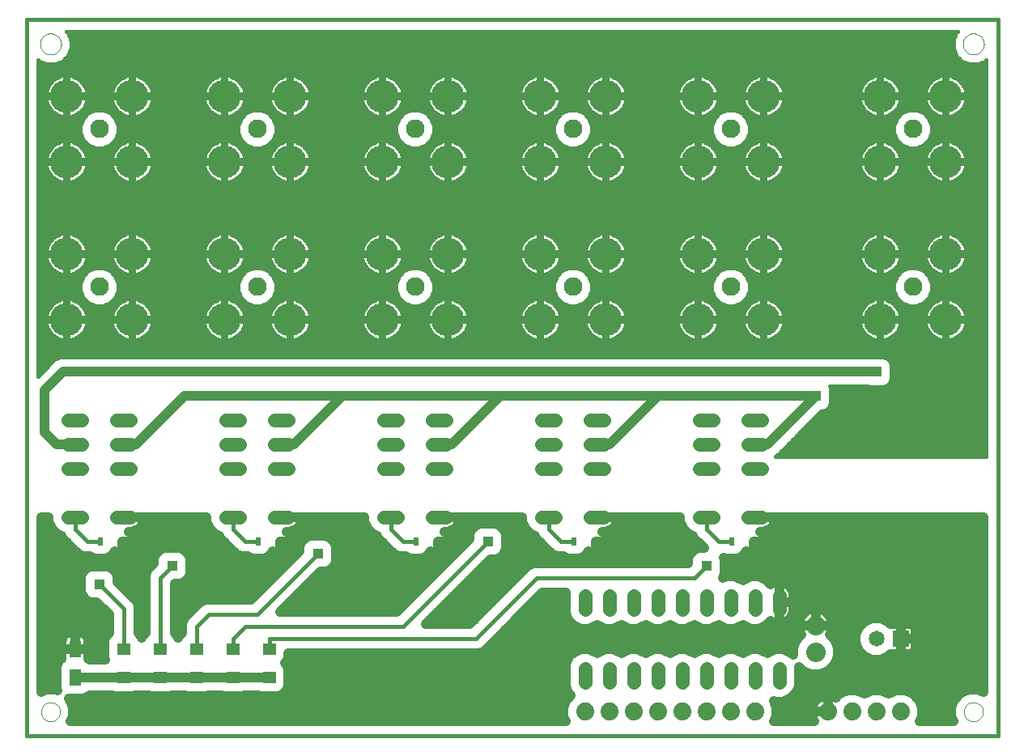
<source format=gtl>
G75*
G70*
%OFA0B0*%
%FSLAX24Y24*%
%IPPOS*%
%LPD*%
%AMOC8*
5,1,8,0,0,1.08239X$1,22.5*
%
%ADD10C,0.0160*%
%ADD11C,0.0000*%
%ADD12R,0.0551X0.0472*%
%ADD13C,0.0560*%
%ADD14C,0.0740*%
%ADD15C,0.0555*%
%ADD16C,0.0768*%
%ADD17C,0.1361*%
%ADD18R,0.0248X0.0327*%
%ADD19C,0.0800*%
%ADD20C,0.0650*%
%ADD21R,0.0650X0.0650*%
%ADD22R,0.0472X0.0709*%
%ADD23C,0.0400*%
%ADD24R,0.0436X0.0436*%
D10*
X000300Y000487D02*
X000300Y029987D01*
X040300Y029987D01*
X040300Y000487D01*
X000300Y000487D01*
X004300Y004077D02*
X004300Y005737D01*
X003300Y006737D01*
X003347Y008487D02*
X002800Y008487D01*
X002300Y008987D01*
X002300Y009487D01*
X005800Y006987D02*
X006300Y007487D01*
X005800Y006987D02*
X005800Y004077D01*
X007300Y004077D02*
X007300Y004987D01*
X007800Y005487D01*
X009800Y005487D01*
X012300Y007987D01*
X009847Y008487D02*
X009300Y008487D01*
X008800Y008987D01*
X008800Y009487D01*
X009300Y004987D02*
X015800Y004987D01*
X019300Y008487D01*
X021300Y006987D02*
X027800Y006987D01*
X028300Y007487D01*
X028800Y008487D02*
X028300Y008987D01*
X028300Y009487D01*
X028800Y008487D02*
X029347Y008487D01*
X031149Y011987D02*
X031309Y012147D01*
X033030Y013869D01*
X033098Y013869D01*
X033245Y013929D01*
X033357Y014042D01*
X033418Y014189D01*
X033418Y014784D01*
X033376Y014887D01*
X034959Y014887D01*
X035002Y014869D01*
X035598Y014869D01*
X035745Y014929D01*
X035857Y015042D01*
X035918Y015189D01*
X035918Y015784D01*
X035857Y015931D01*
X035745Y016044D01*
X035598Y016105D01*
X035002Y016105D01*
X034959Y016087D01*
X027641Y016087D01*
X027598Y016105D01*
X027002Y016105D01*
X026959Y016087D01*
X021141Y016087D01*
X021098Y016105D01*
X020502Y016105D01*
X020459Y016087D01*
X014641Y016087D01*
X014598Y016105D01*
X014002Y016105D01*
X013959Y016087D01*
X008141Y016087D01*
X008098Y016105D01*
X007502Y016105D01*
X007459Y016087D01*
X001681Y016087D01*
X001460Y015995D01*
X000780Y015315D01*
X000780Y028329D01*
X000828Y028280D01*
X001134Y028154D01*
X001466Y028154D01*
X001772Y028280D01*
X002006Y028515D01*
X002133Y028821D01*
X002133Y029152D01*
X002006Y029459D01*
X001958Y029507D01*
X038642Y029507D01*
X038594Y029459D01*
X038467Y029152D01*
X038467Y028821D01*
X038594Y028515D01*
X038828Y028280D01*
X039134Y028154D01*
X039466Y028154D01*
X039772Y028280D01*
X039820Y028329D01*
X039820Y011987D01*
X031149Y011987D01*
X031219Y012057D02*
X039820Y012057D01*
X039820Y012216D02*
X031378Y012216D01*
X031309Y012147D02*
X031309Y012147D01*
X031536Y012374D02*
X039820Y012374D01*
X039820Y012533D02*
X031695Y012533D01*
X031853Y012691D02*
X039820Y012691D01*
X039820Y012850D02*
X032012Y012850D01*
X032170Y013008D02*
X039820Y013008D01*
X039820Y013167D02*
X032329Y013167D01*
X032487Y013325D02*
X039820Y013325D01*
X039820Y013484D02*
X032646Y013484D01*
X032804Y013642D02*
X039820Y013642D01*
X039820Y013801D02*
X032963Y013801D01*
X033274Y013959D02*
X039820Y013959D01*
X039820Y014118D02*
X033389Y014118D01*
X033418Y014276D02*
X039820Y014276D01*
X039820Y014435D02*
X033418Y014435D01*
X033418Y014593D02*
X039820Y014593D01*
X039820Y014752D02*
X033418Y014752D01*
X035698Y014910D02*
X039820Y014910D01*
X039820Y015069D02*
X035868Y015069D01*
X035918Y015227D02*
X039820Y015227D01*
X039820Y015386D02*
X035918Y015386D01*
X035918Y015544D02*
X039820Y015544D01*
X039820Y015703D02*
X035918Y015703D01*
X035886Y015861D02*
X039820Y015861D01*
X039820Y016020D02*
X035769Y016020D01*
X035618Y016791D02*
X035727Y016820D01*
X035831Y016863D01*
X035929Y016919D01*
X036018Y016988D01*
X036098Y017068D01*
X036166Y017157D01*
X036223Y017255D01*
X036266Y017359D01*
X036295Y017468D01*
X036307Y017556D01*
X035530Y017556D01*
X035530Y017716D01*
X036307Y017716D01*
X036295Y017804D01*
X036266Y017913D01*
X036223Y018018D01*
X036166Y018115D01*
X036098Y018205D01*
X036018Y018284D01*
X035929Y018353D01*
X035831Y018410D01*
X035727Y018453D01*
X035618Y018482D01*
X035530Y018493D01*
X035530Y017716D01*
X035370Y017716D01*
X035370Y017556D01*
X035530Y017556D01*
X035530Y016779D01*
X035618Y016791D01*
X035698Y016812D02*
X037902Y016812D01*
X037873Y016820D02*
X037982Y016791D01*
X038070Y016779D01*
X038070Y017556D01*
X037293Y017556D01*
X037305Y017468D01*
X037334Y017359D01*
X037377Y017255D01*
X037434Y017157D01*
X037502Y017068D01*
X037582Y016988D01*
X037671Y016919D01*
X037769Y016863D01*
X037873Y016820D01*
X038070Y016812D02*
X038230Y016812D01*
X038230Y016779D02*
X038319Y016791D01*
X038428Y016820D01*
X038532Y016863D01*
X038629Y016919D01*
X038719Y016988D01*
X038799Y017068D01*
X038867Y017157D01*
X038924Y017255D01*
X038967Y017359D01*
X038996Y017468D01*
X039008Y017556D01*
X038230Y017556D01*
X038230Y016779D01*
X038399Y016812D02*
X039820Y016812D01*
X039820Y016654D02*
X000780Y016654D01*
X000780Y016812D02*
X001701Y016812D01*
X001672Y016820D02*
X001781Y016791D01*
X001870Y016779D01*
X001870Y017556D01*
X002030Y017556D01*
X002030Y017716D01*
X002807Y017716D01*
X002795Y017804D01*
X002766Y017913D01*
X002723Y018018D01*
X002666Y018115D01*
X002598Y018205D01*
X002518Y018284D01*
X002429Y018353D01*
X002331Y018410D01*
X002227Y018453D01*
X002118Y018482D01*
X002030Y018493D01*
X002030Y017716D01*
X001870Y017716D01*
X001870Y017556D01*
X001092Y017556D01*
X001104Y017468D01*
X001133Y017359D01*
X001176Y017255D01*
X001233Y017157D01*
X001301Y017068D01*
X001381Y016988D01*
X001471Y016919D01*
X001568Y016863D01*
X001672Y016820D01*
X001870Y016812D02*
X002030Y016812D01*
X002030Y016779D02*
X002118Y016791D01*
X002227Y016820D01*
X002331Y016863D01*
X002429Y016919D01*
X002518Y016988D01*
X002598Y017068D01*
X002666Y017157D01*
X002723Y017255D01*
X002766Y017359D01*
X002795Y017468D01*
X002807Y017556D01*
X002030Y017556D01*
X002030Y016779D01*
X002198Y016812D02*
X004402Y016812D01*
X004373Y016820D02*
X004482Y016791D01*
X004570Y016779D01*
X004570Y017556D01*
X003793Y017556D01*
X003805Y017468D01*
X003834Y017359D01*
X003877Y017255D01*
X003934Y017157D01*
X004002Y017068D01*
X004082Y016988D01*
X004171Y016919D01*
X004269Y016863D01*
X004373Y016820D01*
X004570Y016812D02*
X004730Y016812D01*
X004730Y016779D02*
X004819Y016791D01*
X004928Y016820D01*
X005032Y016863D01*
X005129Y016919D01*
X005219Y016988D01*
X005299Y017068D01*
X005367Y017157D01*
X005424Y017255D01*
X005467Y017359D01*
X005496Y017468D01*
X005508Y017556D01*
X004730Y017556D01*
X004730Y016779D01*
X004899Y016812D02*
X008201Y016812D01*
X008172Y016820D02*
X008281Y016791D01*
X008370Y016779D01*
X008370Y017556D01*
X008530Y017556D01*
X008530Y017716D01*
X009307Y017716D01*
X009295Y017804D01*
X009266Y017913D01*
X009223Y018018D01*
X009166Y018115D01*
X009098Y018205D01*
X009018Y018284D01*
X008929Y018353D01*
X008831Y018410D01*
X008727Y018453D01*
X008618Y018482D01*
X008530Y018493D01*
X008530Y017716D01*
X008370Y017716D01*
X008370Y017556D01*
X007592Y017556D01*
X007604Y017468D01*
X007633Y017359D01*
X007676Y017255D01*
X007733Y017157D01*
X007801Y017068D01*
X007881Y016988D01*
X007971Y016919D01*
X008068Y016863D01*
X008172Y016820D01*
X008370Y016812D02*
X008530Y016812D01*
X008530Y016779D02*
X008618Y016791D01*
X008727Y016820D01*
X008831Y016863D01*
X008929Y016919D01*
X009018Y016988D01*
X009098Y017068D01*
X009166Y017157D01*
X009223Y017255D01*
X009266Y017359D01*
X009295Y017468D01*
X009307Y017556D01*
X008530Y017556D01*
X008530Y016779D01*
X008698Y016812D02*
X010902Y016812D01*
X010873Y016820D02*
X010982Y016791D01*
X011070Y016779D01*
X011070Y017556D01*
X010293Y017556D01*
X010305Y017468D01*
X010334Y017359D01*
X010377Y017255D01*
X010434Y017157D01*
X010502Y017068D01*
X010582Y016988D01*
X010671Y016919D01*
X010769Y016863D01*
X010873Y016820D01*
X011070Y016812D02*
X011230Y016812D01*
X011230Y016779D02*
X011319Y016791D01*
X011428Y016820D01*
X011532Y016863D01*
X011629Y016919D01*
X011719Y016988D01*
X011799Y017068D01*
X011867Y017157D01*
X011924Y017255D01*
X011967Y017359D01*
X011996Y017468D01*
X012008Y017556D01*
X011230Y017556D01*
X011230Y016779D01*
X011399Y016812D02*
X014701Y016812D01*
X014672Y016820D02*
X014781Y016791D01*
X014870Y016779D01*
X014870Y017556D01*
X015030Y017556D01*
X015030Y017716D01*
X015807Y017716D01*
X015795Y017804D01*
X015766Y017913D01*
X015723Y018018D01*
X015666Y018115D01*
X015598Y018205D01*
X015518Y018284D01*
X015429Y018353D01*
X015331Y018410D01*
X015227Y018453D01*
X015118Y018482D01*
X015030Y018493D01*
X015030Y017716D01*
X014870Y017716D01*
X014870Y017556D01*
X014092Y017556D01*
X014104Y017468D01*
X014133Y017359D01*
X014176Y017255D01*
X014233Y017157D01*
X014301Y017068D01*
X014381Y016988D01*
X014471Y016919D01*
X014568Y016863D01*
X014672Y016820D01*
X014870Y016812D02*
X015030Y016812D01*
X015030Y016779D02*
X015118Y016791D01*
X015227Y016820D01*
X015331Y016863D01*
X015429Y016919D01*
X015518Y016988D01*
X015598Y017068D01*
X015666Y017157D01*
X015723Y017255D01*
X015766Y017359D01*
X015795Y017468D01*
X015807Y017556D01*
X015030Y017556D01*
X015030Y016779D01*
X015198Y016812D02*
X017402Y016812D01*
X017373Y016820D02*
X017482Y016791D01*
X017570Y016779D01*
X017570Y017556D01*
X016793Y017556D01*
X016805Y017468D01*
X016834Y017359D01*
X016877Y017255D01*
X016934Y017157D01*
X017002Y017068D01*
X017082Y016988D01*
X017171Y016919D01*
X017269Y016863D01*
X017373Y016820D01*
X017570Y016812D02*
X017730Y016812D01*
X017730Y016779D02*
X017819Y016791D01*
X017928Y016820D01*
X018032Y016863D01*
X018129Y016919D01*
X018219Y016988D01*
X018299Y017068D01*
X018367Y017157D01*
X018424Y017255D01*
X018467Y017359D01*
X018496Y017468D01*
X018508Y017556D01*
X017730Y017556D01*
X017730Y016779D01*
X017899Y016812D02*
X021201Y016812D01*
X021172Y016820D02*
X021281Y016791D01*
X021370Y016779D01*
X021370Y017556D01*
X021530Y017556D01*
X021530Y017716D01*
X022307Y017716D01*
X022295Y017804D01*
X022266Y017913D01*
X022223Y018018D01*
X022166Y018115D01*
X022098Y018205D01*
X022018Y018284D01*
X021929Y018353D01*
X021831Y018410D01*
X021727Y018453D01*
X021618Y018482D01*
X021530Y018493D01*
X021530Y017716D01*
X021370Y017716D01*
X021370Y017556D01*
X020592Y017556D01*
X020604Y017468D01*
X020633Y017359D01*
X020676Y017255D01*
X020733Y017157D01*
X020801Y017068D01*
X020881Y016988D01*
X020971Y016919D01*
X021068Y016863D01*
X021172Y016820D01*
X021370Y016812D02*
X021530Y016812D01*
X021530Y016779D02*
X021618Y016791D01*
X021727Y016820D01*
X021831Y016863D01*
X021929Y016919D01*
X022018Y016988D01*
X022098Y017068D01*
X022166Y017157D01*
X022223Y017255D01*
X022266Y017359D01*
X022295Y017468D01*
X022307Y017556D01*
X021530Y017556D01*
X021530Y016779D01*
X021698Y016812D02*
X023902Y016812D01*
X023873Y016820D02*
X023982Y016791D01*
X024070Y016779D01*
X024070Y017556D01*
X023293Y017556D01*
X023305Y017468D01*
X023334Y017359D01*
X023377Y017255D01*
X023434Y017157D01*
X023502Y017068D01*
X023582Y016988D01*
X023671Y016919D01*
X023769Y016863D01*
X023873Y016820D01*
X024070Y016812D02*
X024230Y016812D01*
X024230Y016779D02*
X024319Y016791D01*
X024428Y016820D01*
X024532Y016863D01*
X024629Y016919D01*
X024719Y016988D01*
X024799Y017068D01*
X024867Y017157D01*
X024924Y017255D01*
X024967Y017359D01*
X024996Y017468D01*
X025008Y017556D01*
X024230Y017556D01*
X024230Y016779D01*
X024399Y016812D02*
X027701Y016812D01*
X027672Y016820D02*
X027781Y016791D01*
X027870Y016779D01*
X027870Y017556D01*
X028030Y017556D01*
X028030Y017716D01*
X028807Y017716D01*
X028795Y017804D01*
X028766Y017913D01*
X028723Y018018D01*
X028666Y018115D01*
X028598Y018205D01*
X028518Y018284D01*
X028429Y018353D01*
X028331Y018410D01*
X028227Y018453D01*
X028118Y018482D01*
X028030Y018493D01*
X028030Y017716D01*
X027870Y017716D01*
X027870Y017556D01*
X027092Y017556D01*
X027104Y017468D01*
X027133Y017359D01*
X027176Y017255D01*
X027233Y017157D01*
X027301Y017068D01*
X027381Y016988D01*
X027471Y016919D01*
X027568Y016863D01*
X027672Y016820D01*
X027870Y016812D02*
X028030Y016812D01*
X028030Y016779D02*
X028118Y016791D01*
X028227Y016820D01*
X028331Y016863D01*
X028429Y016919D01*
X028518Y016988D01*
X028598Y017068D01*
X028666Y017157D01*
X028723Y017255D01*
X028766Y017359D01*
X028795Y017468D01*
X028807Y017556D01*
X028030Y017556D01*
X028030Y016779D01*
X028198Y016812D02*
X030402Y016812D01*
X030373Y016820D02*
X030482Y016791D01*
X030570Y016779D01*
X030570Y017556D01*
X029793Y017556D01*
X029805Y017468D01*
X029834Y017359D01*
X029877Y017255D01*
X029934Y017157D01*
X030002Y017068D01*
X030082Y016988D01*
X030171Y016919D01*
X030269Y016863D01*
X030373Y016820D01*
X030570Y016812D02*
X030730Y016812D01*
X030730Y016779D02*
X030819Y016791D01*
X030928Y016820D01*
X031032Y016863D01*
X031129Y016919D01*
X031219Y016988D01*
X031299Y017068D01*
X031367Y017157D01*
X031424Y017255D01*
X031467Y017359D01*
X031496Y017468D01*
X031508Y017556D01*
X030730Y017556D01*
X030730Y016779D01*
X030899Y016812D02*
X035201Y016812D01*
X035172Y016820D02*
X035281Y016791D01*
X035370Y016779D01*
X035370Y017556D01*
X034592Y017556D01*
X034604Y017468D01*
X034633Y017359D01*
X034676Y017255D01*
X034733Y017157D01*
X034801Y017068D01*
X034881Y016988D01*
X034971Y016919D01*
X035068Y016863D01*
X035172Y016820D01*
X035370Y016812D02*
X035530Y016812D01*
X035530Y016971D02*
X035370Y016971D01*
X035370Y017129D02*
X035530Y017129D01*
X035530Y017288D02*
X035370Y017288D01*
X035370Y017446D02*
X035530Y017446D01*
X035530Y017605D02*
X038070Y017605D01*
X038070Y017556D02*
X038070Y017716D01*
X037293Y017716D01*
X037305Y017804D01*
X037334Y017913D01*
X037377Y018018D01*
X037434Y018115D01*
X037502Y018205D01*
X037582Y018284D01*
X037671Y018353D01*
X037769Y018410D01*
X037873Y018453D01*
X037982Y018482D01*
X038070Y018493D01*
X038070Y017716D01*
X038230Y017716D01*
X038230Y018493D01*
X038319Y018482D01*
X038428Y018453D01*
X038532Y018410D01*
X038629Y018353D01*
X038719Y018284D01*
X038799Y018205D01*
X038867Y018115D01*
X038924Y018018D01*
X038967Y017913D01*
X038996Y017804D01*
X039008Y017716D01*
X038230Y017716D01*
X038230Y017556D01*
X038070Y017556D01*
X038070Y017446D02*
X038230Y017446D01*
X038230Y017288D02*
X038070Y017288D01*
X038070Y017129D02*
X038230Y017129D01*
X038230Y016971D02*
X038070Y016971D01*
X037605Y016971D02*
X035995Y016971D01*
X036145Y017129D02*
X037455Y017129D01*
X037364Y017288D02*
X036236Y017288D01*
X036289Y017446D02*
X037311Y017446D01*
X037299Y017763D02*
X036301Y017763D01*
X036263Y017922D02*
X037337Y017922D01*
X037413Y018080D02*
X036187Y018080D01*
X036064Y018239D02*
X036557Y018239D01*
X036644Y018203D02*
X036956Y018203D01*
X037244Y018322D01*
X037465Y018543D01*
X037584Y018831D01*
X037584Y019143D01*
X037465Y019431D01*
X037244Y019651D01*
X036956Y019771D01*
X036644Y019771D01*
X036356Y019651D01*
X036135Y019431D01*
X036016Y019143D01*
X036016Y018831D01*
X036135Y018543D01*
X036356Y018322D01*
X036644Y018203D01*
X037043Y018239D02*
X037536Y018239D01*
X037748Y018397D02*
X037319Y018397D01*
X037470Y018556D02*
X039820Y018556D01*
X039820Y018714D02*
X037536Y018714D01*
X037584Y018873D02*
X039820Y018873D01*
X039820Y019031D02*
X037584Y019031D01*
X037564Y019190D02*
X039820Y019190D01*
X039820Y019348D02*
X037499Y019348D01*
X037389Y019507D02*
X037925Y019507D01*
X037873Y019521D02*
X037982Y019491D01*
X038070Y019480D01*
X038070Y020257D01*
X037293Y020257D01*
X037305Y020169D01*
X037334Y020060D01*
X037377Y019956D01*
X037434Y019858D01*
X037502Y019769D01*
X037582Y019689D01*
X037671Y019620D01*
X037769Y019564D01*
X037873Y019521D01*
X038070Y019507D02*
X038230Y019507D01*
X038230Y019480D02*
X038319Y019491D01*
X038428Y019521D01*
X038532Y019564D01*
X038629Y019620D01*
X038719Y019689D01*
X038799Y019769D01*
X038867Y019858D01*
X038924Y019956D01*
X038967Y020060D01*
X038996Y020169D01*
X039008Y020257D01*
X038230Y020257D01*
X038230Y019480D01*
X038375Y019507D02*
X039820Y019507D01*
X039820Y019665D02*
X038688Y019665D01*
X038841Y019824D02*
X039820Y019824D01*
X039820Y019982D02*
X038935Y019982D01*
X038988Y020141D02*
X039820Y020141D01*
X039820Y020299D02*
X038230Y020299D01*
X038230Y020257D02*
X038230Y020417D01*
X038070Y020417D01*
X038070Y020257D01*
X038230Y020257D01*
X038230Y020141D02*
X038070Y020141D01*
X038070Y020299D02*
X035530Y020299D01*
X035530Y020257D02*
X035530Y020417D01*
X036307Y020417D01*
X036295Y020505D01*
X036266Y020614D01*
X036223Y020718D01*
X036166Y020816D01*
X036098Y020906D01*
X036018Y020985D01*
X035929Y021054D01*
X035831Y021110D01*
X035727Y021153D01*
X035618Y021183D01*
X035530Y021194D01*
X035530Y020417D01*
X035370Y020417D01*
X035370Y021194D01*
X035281Y021183D01*
X035172Y021153D01*
X035068Y021110D01*
X034971Y021054D01*
X034881Y020985D01*
X034801Y020906D01*
X034733Y020816D01*
X034676Y020718D01*
X034633Y020614D01*
X034604Y020505D01*
X034592Y020417D01*
X035370Y020417D01*
X035370Y020257D01*
X035530Y020257D01*
X036307Y020257D01*
X036295Y020169D01*
X036266Y020060D01*
X036223Y019956D01*
X036166Y019858D01*
X036098Y019769D01*
X036018Y019689D01*
X035929Y019620D01*
X035831Y019564D01*
X035727Y019521D01*
X035618Y019491D01*
X035530Y019480D01*
X035530Y020257D01*
X035530Y020141D02*
X035370Y020141D01*
X035370Y020257D02*
X035370Y019480D01*
X035281Y019491D01*
X035172Y019521D01*
X035068Y019564D01*
X034971Y019620D01*
X034881Y019689D01*
X034801Y019769D01*
X034733Y019858D01*
X034676Y019956D01*
X034633Y020060D01*
X034604Y020169D01*
X034592Y020257D01*
X035370Y020257D01*
X035370Y020299D02*
X030730Y020299D01*
X030730Y020257D02*
X030730Y020417D01*
X030570Y020417D01*
X030570Y020257D01*
X029793Y020257D01*
X029805Y020169D01*
X029834Y020060D01*
X029877Y019956D01*
X029934Y019858D01*
X030002Y019769D01*
X030082Y019689D01*
X030171Y019620D01*
X030269Y019564D01*
X030373Y019521D01*
X030482Y019491D01*
X030570Y019480D01*
X030570Y020257D01*
X030730Y020257D01*
X030730Y019480D01*
X030819Y019491D01*
X030928Y019521D01*
X031032Y019564D01*
X031129Y019620D01*
X031219Y019689D01*
X031299Y019769D01*
X031367Y019858D01*
X031424Y019956D01*
X031467Y020060D01*
X031496Y020169D01*
X031508Y020257D01*
X030730Y020257D01*
X030730Y020141D02*
X030570Y020141D01*
X030570Y020299D02*
X028030Y020299D01*
X028030Y020257D02*
X028030Y020417D01*
X028807Y020417D01*
X028795Y020505D01*
X028766Y020614D01*
X028723Y020718D01*
X028666Y020816D01*
X028598Y020906D01*
X028518Y020985D01*
X028429Y021054D01*
X028331Y021110D01*
X028227Y021153D01*
X028118Y021183D01*
X028030Y021194D01*
X028030Y020417D01*
X027870Y020417D01*
X027870Y021194D01*
X027781Y021183D01*
X027672Y021153D01*
X027568Y021110D01*
X027471Y021054D01*
X027381Y020985D01*
X027301Y020906D01*
X027233Y020816D01*
X027176Y020718D01*
X027133Y020614D01*
X027104Y020505D01*
X027092Y020417D01*
X027870Y020417D01*
X027870Y020257D01*
X028030Y020257D01*
X028807Y020257D01*
X028795Y020169D01*
X028766Y020060D01*
X028723Y019956D01*
X028666Y019858D01*
X028598Y019769D01*
X028518Y019689D01*
X028429Y019620D01*
X028331Y019564D01*
X028227Y019521D01*
X028118Y019491D01*
X028030Y019480D01*
X028030Y020257D01*
X028030Y020141D02*
X027870Y020141D01*
X027870Y020257D02*
X027870Y019480D01*
X027781Y019491D01*
X027672Y019521D01*
X027568Y019564D01*
X027471Y019620D01*
X027381Y019689D01*
X027301Y019769D01*
X027233Y019858D01*
X027176Y019956D01*
X027133Y020060D01*
X027104Y020169D01*
X027092Y020257D01*
X027870Y020257D01*
X027870Y020299D02*
X024230Y020299D01*
X024230Y020257D02*
X024230Y020417D01*
X024070Y020417D01*
X024070Y020257D01*
X023293Y020257D01*
X023305Y020169D01*
X023334Y020060D01*
X023377Y019956D01*
X023434Y019858D01*
X023502Y019769D01*
X023582Y019689D01*
X023671Y019620D01*
X023769Y019564D01*
X023873Y019521D01*
X023982Y019491D01*
X024070Y019480D01*
X024070Y020257D01*
X024230Y020257D01*
X024230Y019480D01*
X024319Y019491D01*
X024428Y019521D01*
X024532Y019564D01*
X024629Y019620D01*
X024719Y019689D01*
X024799Y019769D01*
X024867Y019858D01*
X024924Y019956D01*
X024967Y020060D01*
X024996Y020169D01*
X025008Y020257D01*
X024230Y020257D01*
X024230Y020141D02*
X024070Y020141D01*
X024070Y020299D02*
X021530Y020299D01*
X021530Y020257D02*
X021530Y020417D01*
X022307Y020417D01*
X022295Y020505D01*
X022266Y020614D01*
X022223Y020718D01*
X022166Y020816D01*
X022098Y020906D01*
X022018Y020985D01*
X021929Y021054D01*
X021831Y021110D01*
X021727Y021153D01*
X021618Y021183D01*
X021530Y021194D01*
X021530Y020417D01*
X021370Y020417D01*
X021370Y021194D01*
X021281Y021183D01*
X021172Y021153D01*
X021068Y021110D01*
X020971Y021054D01*
X020881Y020985D01*
X020801Y020906D01*
X020733Y020816D01*
X020676Y020718D01*
X020633Y020614D01*
X020604Y020505D01*
X020592Y020417D01*
X021370Y020417D01*
X021370Y020257D01*
X021530Y020257D01*
X022307Y020257D01*
X022295Y020169D01*
X022266Y020060D01*
X022223Y019956D01*
X022166Y019858D01*
X022098Y019769D01*
X022018Y019689D01*
X021929Y019620D01*
X021831Y019564D01*
X021727Y019521D01*
X021618Y019491D01*
X021530Y019480D01*
X021530Y020257D01*
X021530Y020141D02*
X021370Y020141D01*
X021370Y020257D02*
X021370Y019480D01*
X021281Y019491D01*
X021172Y019521D01*
X021068Y019564D01*
X020971Y019620D01*
X020881Y019689D01*
X020801Y019769D01*
X020733Y019858D01*
X020676Y019956D01*
X020633Y020060D01*
X020604Y020169D01*
X020592Y020257D01*
X021370Y020257D01*
X021370Y020299D02*
X017730Y020299D01*
X017730Y020257D02*
X017730Y020417D01*
X017570Y020417D01*
X017570Y020257D01*
X016793Y020257D01*
X016805Y020169D01*
X016834Y020060D01*
X016877Y019956D01*
X016934Y019858D01*
X017002Y019769D01*
X017082Y019689D01*
X017171Y019620D01*
X017269Y019564D01*
X017373Y019521D01*
X017482Y019491D01*
X017570Y019480D01*
X017570Y020257D01*
X017730Y020257D01*
X017730Y019480D01*
X017819Y019491D01*
X017928Y019521D01*
X018032Y019564D01*
X018129Y019620D01*
X018219Y019689D01*
X018299Y019769D01*
X018367Y019858D01*
X018424Y019956D01*
X018467Y020060D01*
X018496Y020169D01*
X018508Y020257D01*
X017730Y020257D01*
X017730Y020141D02*
X017570Y020141D01*
X017570Y020299D02*
X015030Y020299D01*
X015030Y020257D02*
X015030Y020417D01*
X015807Y020417D01*
X015795Y020505D01*
X015766Y020614D01*
X015723Y020718D01*
X015666Y020816D01*
X015598Y020906D01*
X015518Y020985D01*
X015429Y021054D01*
X015331Y021110D01*
X015227Y021153D01*
X015118Y021183D01*
X015030Y021194D01*
X015030Y020417D01*
X014870Y020417D01*
X014870Y021194D01*
X014781Y021183D01*
X014672Y021153D01*
X014568Y021110D01*
X014471Y021054D01*
X014381Y020985D01*
X014301Y020906D01*
X014233Y020816D01*
X014176Y020718D01*
X014133Y020614D01*
X014104Y020505D01*
X014092Y020417D01*
X014870Y020417D01*
X014870Y020257D01*
X015030Y020257D01*
X015807Y020257D01*
X015795Y020169D01*
X015766Y020060D01*
X015723Y019956D01*
X015666Y019858D01*
X015598Y019769D01*
X015518Y019689D01*
X015429Y019620D01*
X015331Y019564D01*
X015227Y019521D01*
X015118Y019491D01*
X015030Y019480D01*
X015030Y020257D01*
X015030Y020141D02*
X014870Y020141D01*
X014870Y020257D02*
X014870Y019480D01*
X014781Y019491D01*
X014672Y019521D01*
X014568Y019564D01*
X014471Y019620D01*
X014381Y019689D01*
X014301Y019769D01*
X014233Y019858D01*
X014176Y019956D01*
X014133Y020060D01*
X014104Y020169D01*
X014092Y020257D01*
X014870Y020257D01*
X014870Y020299D02*
X011230Y020299D01*
X011230Y020257D02*
X011230Y020417D01*
X011070Y020417D01*
X011070Y020257D01*
X010293Y020257D01*
X010305Y020169D01*
X010334Y020060D01*
X010377Y019956D01*
X010434Y019858D01*
X010502Y019769D01*
X010582Y019689D01*
X010671Y019620D01*
X010769Y019564D01*
X010873Y019521D01*
X010982Y019491D01*
X011070Y019480D01*
X011070Y020257D01*
X011230Y020257D01*
X011230Y019480D01*
X011319Y019491D01*
X011428Y019521D01*
X011532Y019564D01*
X011629Y019620D01*
X011719Y019689D01*
X011799Y019769D01*
X011867Y019858D01*
X011924Y019956D01*
X011967Y020060D01*
X011996Y020169D01*
X012008Y020257D01*
X011230Y020257D01*
X011230Y020141D02*
X011070Y020141D01*
X011070Y020299D02*
X008530Y020299D01*
X008530Y020257D02*
X008530Y020417D01*
X009307Y020417D01*
X009295Y020505D01*
X009266Y020614D01*
X009223Y020718D01*
X009166Y020816D01*
X009098Y020906D01*
X009018Y020985D01*
X008929Y021054D01*
X008831Y021110D01*
X008727Y021153D01*
X008618Y021183D01*
X008530Y021194D01*
X008530Y020417D01*
X008370Y020417D01*
X008370Y021194D01*
X008281Y021183D01*
X008172Y021153D01*
X008068Y021110D01*
X007971Y021054D01*
X007881Y020985D01*
X007801Y020906D01*
X007733Y020816D01*
X007676Y020718D01*
X007633Y020614D01*
X007604Y020505D01*
X007592Y020417D01*
X008370Y020417D01*
X008370Y020257D01*
X008530Y020257D01*
X009307Y020257D01*
X009295Y020169D01*
X009266Y020060D01*
X009223Y019956D01*
X009166Y019858D01*
X009098Y019769D01*
X009018Y019689D01*
X008929Y019620D01*
X008831Y019564D01*
X008727Y019521D01*
X008618Y019491D01*
X008530Y019480D01*
X008530Y020257D01*
X008530Y020141D02*
X008370Y020141D01*
X008370Y020257D02*
X008370Y019480D01*
X008281Y019491D01*
X008172Y019521D01*
X008068Y019564D01*
X007971Y019620D01*
X007881Y019689D01*
X007801Y019769D01*
X007733Y019858D01*
X007676Y019956D01*
X007633Y020060D01*
X007604Y020169D01*
X007592Y020257D01*
X008370Y020257D01*
X008370Y020299D02*
X004730Y020299D01*
X004730Y020257D02*
X004730Y020417D01*
X004570Y020417D01*
X004570Y020257D01*
X003793Y020257D01*
X003805Y020169D01*
X003834Y020060D01*
X003877Y019956D01*
X003934Y019858D01*
X004002Y019769D01*
X004082Y019689D01*
X004171Y019620D01*
X004269Y019564D01*
X004373Y019521D01*
X004482Y019491D01*
X004570Y019480D01*
X004570Y020257D01*
X004730Y020257D01*
X004730Y019480D01*
X004819Y019491D01*
X004928Y019521D01*
X005032Y019564D01*
X005129Y019620D01*
X005219Y019689D01*
X005299Y019769D01*
X005367Y019858D01*
X005424Y019956D01*
X005467Y020060D01*
X005496Y020169D01*
X005508Y020257D01*
X004730Y020257D01*
X004730Y020141D02*
X004570Y020141D01*
X004570Y020299D02*
X002030Y020299D01*
X002030Y020257D02*
X002030Y020417D01*
X002807Y020417D01*
X002795Y020505D01*
X002766Y020614D01*
X002723Y020718D01*
X002666Y020816D01*
X002598Y020906D01*
X002518Y020985D01*
X002429Y021054D01*
X002331Y021110D01*
X002227Y021153D01*
X002118Y021183D01*
X002030Y021194D01*
X002030Y020417D01*
X001870Y020417D01*
X001870Y021194D01*
X001781Y021183D01*
X001672Y021153D01*
X001568Y021110D01*
X001471Y021054D01*
X001381Y020985D01*
X001301Y020906D01*
X001233Y020816D01*
X001176Y020718D01*
X001133Y020614D01*
X001104Y020505D01*
X001092Y020417D01*
X001870Y020417D01*
X001870Y020257D01*
X002030Y020257D01*
X002807Y020257D01*
X002795Y020169D01*
X002766Y020060D01*
X002723Y019956D01*
X002666Y019858D01*
X002598Y019769D01*
X002518Y019689D01*
X002429Y019620D01*
X002331Y019564D01*
X002227Y019521D01*
X002118Y019491D01*
X002030Y019480D01*
X002030Y020257D01*
X002030Y020141D02*
X001870Y020141D01*
X001870Y020257D02*
X001870Y019480D01*
X001781Y019491D01*
X001672Y019521D01*
X001568Y019564D01*
X001471Y019620D01*
X001381Y019689D01*
X001301Y019769D01*
X001233Y019858D01*
X001176Y019956D01*
X001133Y020060D01*
X001104Y020169D01*
X001092Y020257D01*
X001870Y020257D01*
X001870Y020299D02*
X000780Y020299D01*
X000780Y020141D02*
X001112Y020141D01*
X001165Y019982D02*
X000780Y019982D01*
X000780Y019824D02*
X001259Y019824D01*
X001412Y019665D02*
X000780Y019665D01*
X000780Y019507D02*
X001725Y019507D01*
X001870Y019507D02*
X002030Y019507D01*
X002175Y019507D02*
X002711Y019507D01*
X002635Y019431D02*
X002516Y019143D01*
X002516Y018831D01*
X002635Y018543D01*
X002856Y018322D01*
X003144Y018203D01*
X003456Y018203D01*
X003744Y018322D01*
X003965Y018543D01*
X004084Y018831D01*
X004084Y019143D01*
X003965Y019431D01*
X003744Y019651D01*
X003456Y019771D01*
X003144Y019771D01*
X002856Y019651D01*
X002635Y019431D01*
X002601Y019348D02*
X000780Y019348D01*
X000780Y019190D02*
X002536Y019190D01*
X002516Y019031D02*
X000780Y019031D01*
X000780Y018873D02*
X002516Y018873D01*
X002564Y018714D02*
X000780Y018714D01*
X000780Y018556D02*
X002630Y018556D01*
X002781Y018397D02*
X002352Y018397D01*
X002564Y018239D02*
X003057Y018239D01*
X002687Y018080D02*
X003913Y018080D01*
X003934Y018115D02*
X003877Y018018D01*
X003834Y017913D01*
X003805Y017804D01*
X003793Y017716D01*
X004570Y017716D01*
X004570Y017556D01*
X004730Y017556D01*
X004730Y017716D01*
X004570Y017716D01*
X004570Y018493D01*
X004482Y018482D01*
X004373Y018453D01*
X004269Y018410D01*
X004171Y018353D01*
X004082Y018284D01*
X004002Y018205D01*
X003934Y018115D01*
X004036Y018239D02*
X003543Y018239D01*
X003819Y018397D02*
X004248Y018397D01*
X003970Y018556D02*
X009130Y018556D01*
X009135Y018543D02*
X009356Y018322D01*
X009644Y018203D01*
X009956Y018203D01*
X010244Y018322D01*
X010465Y018543D01*
X010584Y018831D01*
X010584Y019143D01*
X010465Y019431D01*
X010244Y019651D01*
X009956Y019771D01*
X009644Y019771D01*
X009356Y019651D01*
X009135Y019431D01*
X009016Y019143D01*
X009016Y018831D01*
X009135Y018543D01*
X009064Y018714D02*
X004036Y018714D01*
X004084Y018873D02*
X009016Y018873D01*
X009016Y019031D02*
X004084Y019031D01*
X004064Y019190D02*
X009036Y019190D01*
X009101Y019348D02*
X003999Y019348D01*
X003889Y019507D02*
X004425Y019507D01*
X004570Y019507D02*
X004730Y019507D01*
X004875Y019507D02*
X008225Y019507D01*
X008370Y019507D02*
X008530Y019507D01*
X008675Y019507D02*
X009211Y019507D01*
X009390Y019665D02*
X008987Y019665D01*
X009140Y019824D02*
X010460Y019824D01*
X010366Y019982D02*
X009234Y019982D01*
X009288Y020141D02*
X010312Y020141D01*
X010293Y020417D02*
X011070Y020417D01*
X011070Y021194D01*
X010982Y021183D01*
X010873Y021153D01*
X010769Y021110D01*
X010671Y021054D01*
X010582Y020985D01*
X010502Y020906D01*
X010434Y020816D01*
X010377Y020718D01*
X010334Y020614D01*
X010305Y020505D01*
X010293Y020417D01*
X010299Y020458D02*
X009301Y020458D01*
X009265Y020616D02*
X010335Y020616D01*
X010410Y020775D02*
X009190Y020775D01*
X009070Y020933D02*
X010530Y020933D01*
X010737Y021092D02*
X008863Y021092D01*
X008530Y021092D02*
X008370Y021092D01*
X008370Y020933D02*
X008530Y020933D01*
X008530Y020775D02*
X008370Y020775D01*
X008370Y020616D02*
X008530Y020616D01*
X008530Y020458D02*
X008370Y020458D01*
X008370Y019982D02*
X008530Y019982D01*
X008530Y019824D02*
X008370Y019824D01*
X008370Y019665D02*
X008530Y019665D01*
X007912Y019665D02*
X005188Y019665D01*
X005341Y019824D02*
X007759Y019824D01*
X007665Y019982D02*
X005435Y019982D01*
X005488Y020141D02*
X007612Y020141D01*
X007598Y020458D02*
X005502Y020458D01*
X005508Y020417D02*
X005496Y020505D01*
X005467Y020614D01*
X005424Y020718D01*
X005367Y020816D01*
X005299Y020906D01*
X005219Y020985D01*
X005129Y021054D01*
X005032Y021110D01*
X004928Y021153D01*
X004819Y021183D01*
X004730Y021194D01*
X004730Y020417D01*
X005508Y020417D01*
X005466Y020616D02*
X007634Y020616D01*
X007709Y020775D02*
X005391Y020775D01*
X005271Y020933D02*
X007829Y020933D01*
X008036Y021092D02*
X005064Y021092D01*
X004730Y021092D02*
X004570Y021092D01*
X004570Y021194D02*
X004482Y021183D01*
X004373Y021153D01*
X004269Y021110D01*
X004171Y021054D01*
X004082Y020985D01*
X004002Y020906D01*
X003934Y020816D01*
X003877Y020718D01*
X003834Y020614D01*
X003805Y020505D01*
X003793Y020417D01*
X004570Y020417D01*
X004570Y021194D01*
X004570Y020933D02*
X004730Y020933D01*
X004730Y020775D02*
X004570Y020775D01*
X004570Y020616D02*
X004730Y020616D01*
X004730Y020458D02*
X004570Y020458D01*
X004570Y019982D02*
X004730Y019982D01*
X004730Y019824D02*
X004570Y019824D01*
X004570Y019665D02*
X004730Y019665D01*
X004113Y019665D02*
X003710Y019665D01*
X003960Y019824D02*
X002640Y019824D01*
X002734Y019982D02*
X003866Y019982D01*
X003812Y020141D02*
X002788Y020141D01*
X002801Y020458D02*
X003799Y020458D01*
X003835Y020616D02*
X002765Y020616D01*
X002690Y020775D02*
X003910Y020775D01*
X004030Y020933D02*
X002570Y020933D01*
X002363Y021092D02*
X004237Y021092D01*
X002890Y019665D02*
X002487Y019665D01*
X002030Y019665D02*
X001870Y019665D01*
X001870Y019824D02*
X002030Y019824D01*
X002030Y019982D02*
X001870Y019982D01*
X001870Y020458D02*
X002030Y020458D01*
X002030Y020616D02*
X001870Y020616D01*
X001870Y020775D02*
X002030Y020775D01*
X002030Y020933D02*
X001870Y020933D01*
X001870Y021092D02*
X002030Y021092D01*
X001536Y021092D02*
X000780Y021092D01*
X000780Y021250D02*
X039820Y021250D01*
X039820Y021092D02*
X038564Y021092D01*
X038532Y021110D02*
X038428Y021153D01*
X038319Y021183D01*
X038230Y021194D01*
X038230Y020417D01*
X039008Y020417D01*
X038996Y020505D01*
X038967Y020614D01*
X038924Y020718D01*
X038867Y020816D01*
X038799Y020906D01*
X038719Y020985D01*
X038629Y021054D01*
X038532Y021110D01*
X038771Y020933D02*
X039820Y020933D01*
X039820Y020775D02*
X038891Y020775D01*
X038966Y020616D02*
X039820Y020616D01*
X039820Y020458D02*
X039002Y020458D01*
X038230Y020458D02*
X038070Y020458D01*
X038070Y020417D02*
X038070Y021194D01*
X037982Y021183D01*
X037873Y021153D01*
X037769Y021110D01*
X037671Y021054D01*
X037582Y020985D01*
X037502Y020906D01*
X037434Y020816D01*
X037377Y020718D01*
X037334Y020614D01*
X037305Y020505D01*
X037293Y020417D01*
X038070Y020417D01*
X038070Y020616D02*
X038230Y020616D01*
X038230Y020775D02*
X038070Y020775D01*
X038070Y020933D02*
X038230Y020933D01*
X038230Y021092D02*
X038070Y021092D01*
X037737Y021092D02*
X035863Y021092D01*
X036070Y020933D02*
X037530Y020933D01*
X037410Y020775D02*
X036190Y020775D01*
X036265Y020616D02*
X037335Y020616D01*
X037299Y020458D02*
X036301Y020458D01*
X036288Y020141D02*
X037312Y020141D01*
X037366Y019982D02*
X036234Y019982D01*
X036140Y019824D02*
X037460Y019824D01*
X037613Y019665D02*
X037210Y019665D01*
X036390Y019665D02*
X035987Y019665D01*
X036211Y019507D02*
X035675Y019507D01*
X035530Y019507D02*
X035370Y019507D01*
X035225Y019507D02*
X030875Y019507D01*
X030730Y019507D02*
X030570Y019507D01*
X030425Y019507D02*
X029889Y019507D01*
X029965Y019431D02*
X029744Y019651D01*
X029456Y019771D01*
X029144Y019771D01*
X028856Y019651D01*
X028635Y019431D01*
X028516Y019143D01*
X028516Y018831D01*
X028635Y018543D01*
X028856Y018322D01*
X029144Y018203D01*
X029456Y018203D01*
X029744Y018322D01*
X029965Y018543D01*
X030084Y018831D01*
X030084Y019143D01*
X029965Y019431D01*
X029999Y019348D02*
X036101Y019348D01*
X036036Y019190D02*
X030064Y019190D01*
X030084Y019031D02*
X036016Y019031D01*
X036016Y018873D02*
X030084Y018873D01*
X030036Y018714D02*
X036064Y018714D01*
X036130Y018556D02*
X029970Y018556D01*
X029819Y018397D02*
X030248Y018397D01*
X030269Y018410D02*
X030171Y018353D01*
X030082Y018284D01*
X030002Y018205D01*
X029934Y018115D01*
X029877Y018018D01*
X029834Y017913D01*
X029805Y017804D01*
X029793Y017716D01*
X030570Y017716D01*
X030570Y017556D01*
X030730Y017556D01*
X030730Y017716D01*
X030570Y017716D01*
X030570Y018493D01*
X030482Y018482D01*
X030373Y018453D01*
X030269Y018410D01*
X030036Y018239D02*
X029543Y018239D01*
X029913Y018080D02*
X028687Y018080D01*
X028763Y017922D02*
X029837Y017922D01*
X029799Y017763D02*
X028801Y017763D01*
X028789Y017446D02*
X029811Y017446D01*
X029864Y017288D02*
X028736Y017288D01*
X028645Y017129D02*
X029955Y017129D01*
X030105Y016971D02*
X028495Y016971D01*
X028030Y016971D02*
X027870Y016971D01*
X027870Y017129D02*
X028030Y017129D01*
X028030Y017288D02*
X027870Y017288D01*
X027870Y017446D02*
X028030Y017446D01*
X028030Y017605D02*
X030570Y017605D01*
X030570Y017763D02*
X030730Y017763D01*
X030730Y017716D02*
X030730Y018493D01*
X030819Y018482D01*
X030928Y018453D01*
X031032Y018410D01*
X031129Y018353D01*
X031219Y018284D01*
X031299Y018205D01*
X031367Y018115D01*
X031424Y018018D01*
X031467Y017913D01*
X031496Y017804D01*
X031508Y017716D01*
X030730Y017716D01*
X030730Y017605D02*
X035370Y017605D01*
X035370Y017716D02*
X034592Y017716D01*
X034604Y017804D01*
X034633Y017913D01*
X034676Y018018D01*
X034733Y018115D01*
X034801Y018205D01*
X034881Y018284D01*
X034971Y018353D01*
X035068Y018410D01*
X035172Y018453D01*
X035281Y018482D01*
X035370Y018493D01*
X035370Y017716D01*
X035370Y017763D02*
X035530Y017763D01*
X035530Y017922D02*
X035370Y017922D01*
X035370Y018080D02*
X035530Y018080D01*
X035530Y018239D02*
X035370Y018239D01*
X035370Y018397D02*
X035530Y018397D01*
X035852Y018397D02*
X036281Y018397D01*
X035047Y018397D02*
X031053Y018397D01*
X031265Y018239D02*
X034835Y018239D01*
X034712Y018080D02*
X031388Y018080D01*
X031463Y017922D02*
X034637Y017922D01*
X034599Y017763D02*
X031501Y017763D01*
X031490Y017446D02*
X034610Y017446D01*
X034663Y017288D02*
X031437Y017288D01*
X031346Y017129D02*
X034754Y017129D01*
X034904Y016971D02*
X031196Y016971D01*
X030730Y016971D02*
X030570Y016971D01*
X030570Y017129D02*
X030730Y017129D01*
X030730Y017288D02*
X030570Y017288D01*
X030570Y017446D02*
X030730Y017446D01*
X030730Y017922D02*
X030570Y017922D01*
X030570Y018080D02*
X030730Y018080D01*
X030730Y018239D02*
X030570Y018239D01*
X030570Y018397D02*
X030730Y018397D01*
X029057Y018239D02*
X028564Y018239D01*
X028352Y018397D02*
X028781Y018397D01*
X028630Y018556D02*
X023470Y018556D01*
X023465Y018543D02*
X023584Y018831D01*
X023584Y019143D01*
X023465Y019431D01*
X023244Y019651D01*
X022956Y019771D01*
X022644Y019771D01*
X022356Y019651D01*
X022135Y019431D01*
X022016Y019143D01*
X022016Y018831D01*
X022135Y018543D01*
X022356Y018322D01*
X022644Y018203D01*
X022956Y018203D01*
X023244Y018322D01*
X023465Y018543D01*
X023536Y018714D02*
X028564Y018714D01*
X028516Y018873D02*
X023584Y018873D01*
X023584Y019031D02*
X028516Y019031D01*
X028536Y019190D02*
X023564Y019190D01*
X023499Y019348D02*
X028601Y019348D01*
X028711Y019507D02*
X028175Y019507D01*
X028030Y019507D02*
X027870Y019507D01*
X027725Y019507D02*
X024375Y019507D01*
X024230Y019507D02*
X024070Y019507D01*
X023925Y019507D02*
X023389Y019507D01*
X023210Y019665D02*
X023613Y019665D01*
X023460Y019824D02*
X022140Y019824D01*
X022234Y019982D02*
X023366Y019982D01*
X023312Y020141D02*
X022288Y020141D01*
X022301Y020458D02*
X023299Y020458D01*
X023293Y020417D02*
X024070Y020417D01*
X024070Y021194D01*
X023982Y021183D01*
X023873Y021153D01*
X023769Y021110D01*
X023671Y021054D01*
X023582Y020985D01*
X023502Y020906D01*
X023434Y020816D01*
X023377Y020718D01*
X023334Y020614D01*
X023305Y020505D01*
X023293Y020417D01*
X023335Y020616D02*
X022265Y020616D01*
X022190Y020775D02*
X023410Y020775D01*
X023530Y020933D02*
X022070Y020933D01*
X021863Y021092D02*
X023737Y021092D01*
X024070Y021092D02*
X024230Y021092D01*
X024230Y021194D02*
X024319Y021183D01*
X024428Y021153D01*
X024532Y021110D01*
X024629Y021054D01*
X024719Y020985D01*
X024799Y020906D01*
X024867Y020816D01*
X024924Y020718D01*
X024967Y020614D01*
X024996Y020505D01*
X025008Y020417D01*
X024230Y020417D01*
X024230Y021194D01*
X024230Y020933D02*
X024070Y020933D01*
X024070Y020775D02*
X024230Y020775D01*
X024230Y020616D02*
X024070Y020616D01*
X024070Y020458D02*
X024230Y020458D01*
X024230Y019982D02*
X024070Y019982D01*
X024070Y019824D02*
X024230Y019824D01*
X024230Y019665D02*
X024070Y019665D01*
X024688Y019665D02*
X027412Y019665D01*
X027259Y019824D02*
X024841Y019824D01*
X024935Y019982D02*
X027165Y019982D01*
X027112Y020141D02*
X024988Y020141D01*
X025002Y020458D02*
X027098Y020458D01*
X027134Y020616D02*
X024966Y020616D01*
X024891Y020775D02*
X027209Y020775D01*
X027329Y020933D02*
X024771Y020933D01*
X024564Y021092D02*
X027536Y021092D01*
X027870Y021092D02*
X028030Y021092D01*
X028030Y020933D02*
X027870Y020933D01*
X027870Y020775D02*
X028030Y020775D01*
X028030Y020616D02*
X027870Y020616D01*
X027870Y020458D02*
X028030Y020458D01*
X028030Y019982D02*
X027870Y019982D01*
X027870Y019824D02*
X028030Y019824D01*
X028030Y019665D02*
X027870Y019665D01*
X028487Y019665D02*
X028890Y019665D01*
X028640Y019824D02*
X029960Y019824D01*
X029866Y019982D02*
X028734Y019982D01*
X028788Y020141D02*
X029812Y020141D01*
X029793Y020417D02*
X030570Y020417D01*
X030570Y021194D01*
X030482Y021183D01*
X030373Y021153D01*
X030269Y021110D01*
X030171Y021054D01*
X030082Y020985D01*
X030002Y020906D01*
X029934Y020816D01*
X029877Y020718D01*
X029834Y020614D01*
X029805Y020505D01*
X029793Y020417D01*
X029799Y020458D02*
X028801Y020458D01*
X028765Y020616D02*
X029835Y020616D01*
X029910Y020775D02*
X028690Y020775D01*
X028570Y020933D02*
X030030Y020933D01*
X030237Y021092D02*
X028363Y021092D01*
X029710Y019665D02*
X030113Y019665D01*
X030570Y019665D02*
X030730Y019665D01*
X030730Y019824D02*
X030570Y019824D01*
X030570Y019982D02*
X030730Y019982D01*
X030730Y020417D02*
X031508Y020417D01*
X031496Y020505D01*
X031467Y020614D01*
X031424Y020718D01*
X031367Y020816D01*
X031299Y020906D01*
X031219Y020985D01*
X031129Y021054D01*
X031032Y021110D01*
X030928Y021153D01*
X030819Y021183D01*
X030730Y021194D01*
X030730Y020417D01*
X030730Y020458D02*
X030570Y020458D01*
X030570Y020616D02*
X030730Y020616D01*
X030730Y020775D02*
X030570Y020775D01*
X030570Y020933D02*
X030730Y020933D01*
X030730Y021092D02*
X030570Y021092D01*
X031064Y021092D02*
X035036Y021092D01*
X034829Y020933D02*
X031271Y020933D01*
X031391Y020775D02*
X034709Y020775D01*
X034634Y020616D02*
X031466Y020616D01*
X031502Y020458D02*
X034598Y020458D01*
X034612Y020141D02*
X031488Y020141D01*
X031435Y019982D02*
X034665Y019982D01*
X034759Y019824D02*
X031341Y019824D01*
X031188Y019665D02*
X034912Y019665D01*
X035370Y019665D02*
X035530Y019665D01*
X035530Y019824D02*
X035370Y019824D01*
X035370Y019982D02*
X035530Y019982D01*
X035530Y020458D02*
X035370Y020458D01*
X035370Y020616D02*
X035530Y020616D01*
X035530Y020775D02*
X035370Y020775D01*
X035370Y020933D02*
X035530Y020933D01*
X035530Y021092D02*
X035370Y021092D01*
X038070Y019982D02*
X038230Y019982D01*
X038230Y019824D02*
X038070Y019824D01*
X038070Y019665D02*
X038230Y019665D01*
X038230Y018397D02*
X038070Y018397D01*
X038070Y018239D02*
X038230Y018239D01*
X038230Y018080D02*
X038070Y018080D01*
X038070Y017922D02*
X038230Y017922D01*
X038230Y017763D02*
X038070Y017763D01*
X038230Y017605D02*
X039820Y017605D01*
X039820Y017763D02*
X039001Y017763D01*
X038963Y017922D02*
X039820Y017922D01*
X039820Y018080D02*
X038888Y018080D01*
X038765Y018239D02*
X039820Y018239D01*
X039820Y018397D02*
X038553Y018397D01*
X038990Y017446D02*
X039820Y017446D01*
X039820Y017288D02*
X038937Y017288D01*
X038846Y017129D02*
X039820Y017129D01*
X039820Y016971D02*
X038696Y016971D01*
X039820Y016495D02*
X000780Y016495D01*
X000780Y016337D02*
X039820Y016337D01*
X039820Y016178D02*
X000780Y016178D01*
X000780Y016020D02*
X001519Y016020D01*
X001326Y015861D02*
X000780Y015861D01*
X000780Y015703D02*
X001167Y015703D01*
X001009Y015544D02*
X000780Y015544D01*
X000780Y015386D02*
X000850Y015386D01*
X000780Y016971D02*
X001404Y016971D01*
X001254Y017129D02*
X000780Y017129D01*
X000780Y017288D02*
X001163Y017288D01*
X001110Y017446D02*
X000780Y017446D01*
X000780Y017605D02*
X001870Y017605D01*
X001870Y017716D02*
X001092Y017716D01*
X001104Y017804D01*
X001133Y017913D01*
X001176Y018018D01*
X001233Y018115D01*
X001301Y018205D01*
X001381Y018284D01*
X001471Y018353D01*
X001568Y018410D01*
X001672Y018453D01*
X001781Y018482D01*
X001870Y018493D01*
X001870Y017716D01*
X001870Y017763D02*
X002030Y017763D01*
X002030Y017605D02*
X004570Y017605D01*
X004570Y017763D02*
X004730Y017763D01*
X004730Y017716D02*
X004730Y018493D01*
X004819Y018482D01*
X004928Y018453D01*
X005032Y018410D01*
X005129Y018353D01*
X005219Y018284D01*
X005299Y018205D01*
X005367Y018115D01*
X005424Y018018D01*
X005467Y017913D01*
X005496Y017804D01*
X005508Y017716D01*
X004730Y017716D01*
X004730Y017605D02*
X008370Y017605D01*
X008370Y017716D02*
X007592Y017716D01*
X007604Y017804D01*
X007633Y017913D01*
X007676Y018018D01*
X007733Y018115D01*
X007801Y018205D01*
X007881Y018284D01*
X007971Y018353D01*
X008068Y018410D01*
X008172Y018453D01*
X008281Y018482D01*
X008370Y018493D01*
X008370Y017716D01*
X008370Y017763D02*
X008530Y017763D01*
X008530Y017605D02*
X011070Y017605D01*
X011070Y017556D02*
X011070Y017716D01*
X010293Y017716D01*
X010305Y017804D01*
X010334Y017913D01*
X010377Y018018D01*
X010434Y018115D01*
X010502Y018205D01*
X010582Y018284D01*
X010671Y018353D01*
X010769Y018410D01*
X010873Y018453D01*
X010982Y018482D01*
X011070Y018493D01*
X011070Y017716D01*
X011230Y017716D01*
X011230Y018493D01*
X011319Y018482D01*
X011428Y018453D01*
X011532Y018410D01*
X011629Y018353D01*
X011719Y018284D01*
X011799Y018205D01*
X011867Y018115D01*
X011924Y018018D01*
X011967Y017913D01*
X011996Y017804D01*
X012008Y017716D01*
X011230Y017716D01*
X011230Y017556D01*
X011070Y017556D01*
X011070Y017446D02*
X011230Y017446D01*
X011230Y017288D02*
X011070Y017288D01*
X011070Y017129D02*
X011230Y017129D01*
X011230Y016971D02*
X011070Y016971D01*
X010605Y016971D02*
X008995Y016971D01*
X009145Y017129D02*
X010455Y017129D01*
X010364Y017288D02*
X009236Y017288D01*
X009289Y017446D02*
X010311Y017446D01*
X010299Y017763D02*
X009301Y017763D01*
X009263Y017922D02*
X010337Y017922D01*
X010413Y018080D02*
X009187Y018080D01*
X009064Y018239D02*
X009557Y018239D01*
X009281Y018397D02*
X008852Y018397D01*
X008530Y018397D02*
X008370Y018397D01*
X008370Y018239D02*
X008530Y018239D01*
X008530Y018080D02*
X008370Y018080D01*
X008370Y017922D02*
X008530Y017922D01*
X008530Y017446D02*
X008370Y017446D01*
X008370Y017288D02*
X008530Y017288D01*
X008530Y017129D02*
X008370Y017129D01*
X008370Y016971D02*
X008530Y016971D01*
X007904Y016971D02*
X005196Y016971D01*
X005346Y017129D02*
X007754Y017129D01*
X007663Y017288D02*
X005437Y017288D01*
X005490Y017446D02*
X007610Y017446D01*
X007599Y017763D02*
X005501Y017763D01*
X005463Y017922D02*
X007637Y017922D01*
X007712Y018080D02*
X005388Y018080D01*
X005265Y018239D02*
X007835Y018239D01*
X008047Y018397D02*
X005053Y018397D01*
X004730Y018397D02*
X004570Y018397D01*
X004570Y018239D02*
X004730Y018239D01*
X004730Y018080D02*
X004570Y018080D01*
X004570Y017922D02*
X004730Y017922D01*
X004730Y017446D02*
X004570Y017446D01*
X004570Y017288D02*
X004730Y017288D01*
X004730Y017129D02*
X004570Y017129D01*
X004570Y016971D02*
X004730Y016971D01*
X004105Y016971D02*
X002495Y016971D01*
X002645Y017129D02*
X003955Y017129D01*
X003864Y017288D02*
X002736Y017288D01*
X002789Y017446D02*
X003811Y017446D01*
X003799Y017763D02*
X002801Y017763D01*
X002763Y017922D02*
X003837Y017922D01*
X002030Y017922D02*
X001870Y017922D01*
X001870Y018080D02*
X002030Y018080D01*
X002030Y018239D02*
X001870Y018239D01*
X001870Y018397D02*
X002030Y018397D01*
X001547Y018397D02*
X000780Y018397D01*
X000780Y018239D02*
X001335Y018239D01*
X001212Y018080D02*
X000780Y018080D01*
X000780Y017922D02*
X001137Y017922D01*
X001099Y017763D02*
X000780Y017763D01*
X001870Y017446D02*
X002030Y017446D01*
X002030Y017288D02*
X001870Y017288D01*
X001870Y017129D02*
X002030Y017129D01*
X002030Y016971D02*
X001870Y016971D01*
X001098Y020458D02*
X000780Y020458D01*
X000780Y020616D02*
X001134Y020616D01*
X001209Y020775D02*
X000780Y020775D01*
X000780Y020933D02*
X001329Y020933D01*
X000780Y021409D02*
X039820Y021409D01*
X039820Y021567D02*
X000780Y021567D01*
X000780Y021726D02*
X039820Y021726D01*
X039820Y021884D02*
X000780Y021884D01*
X000780Y022043D02*
X039820Y022043D01*
X039820Y022201D02*
X000780Y022201D01*
X000780Y022360D02*
X039820Y022360D01*
X039820Y022518D02*
X000780Y022518D01*
X000780Y022677D02*
X039820Y022677D01*
X039820Y022835D02*
X000780Y022835D01*
X000780Y022994D02*
X039820Y022994D01*
X039820Y023152D02*
X000780Y023152D01*
X000780Y023311D02*
X001707Y023311D01*
X001672Y023320D02*
X001781Y023291D01*
X001870Y023279D01*
X001870Y024056D01*
X002030Y024056D01*
X002030Y024216D01*
X002807Y024216D01*
X002795Y024304D01*
X002766Y024413D01*
X002723Y024518D01*
X002666Y024615D01*
X002598Y024705D01*
X002518Y024784D01*
X002429Y024853D01*
X002331Y024910D01*
X002227Y024953D01*
X002118Y024982D01*
X002030Y024993D01*
X002030Y024216D01*
X001870Y024216D01*
X001870Y024056D01*
X001092Y024056D01*
X001104Y023968D01*
X001133Y023859D01*
X001176Y023755D01*
X001233Y023657D01*
X001301Y023568D01*
X001381Y023488D01*
X001471Y023419D01*
X001568Y023363D01*
X001672Y023320D01*
X001870Y023311D02*
X002030Y023311D01*
X002030Y023279D02*
X002118Y023291D01*
X002227Y023320D01*
X002331Y023363D01*
X002429Y023419D01*
X002518Y023488D01*
X002598Y023568D01*
X002666Y023657D01*
X002723Y023755D01*
X002766Y023859D01*
X002795Y023968D01*
X002807Y024056D01*
X002030Y024056D01*
X002030Y023279D01*
X002193Y023311D02*
X004407Y023311D01*
X004373Y023320D02*
X004482Y023291D01*
X004570Y023279D01*
X004570Y024056D01*
X003793Y024056D01*
X003805Y023968D01*
X003834Y023859D01*
X003877Y023755D01*
X003934Y023657D01*
X004002Y023568D01*
X004082Y023488D01*
X004171Y023419D01*
X004269Y023363D01*
X004373Y023320D01*
X004570Y023311D02*
X004730Y023311D01*
X004730Y023279D02*
X004819Y023291D01*
X004928Y023320D01*
X005032Y023363D01*
X005129Y023419D01*
X005219Y023488D01*
X005299Y023568D01*
X005367Y023657D01*
X005424Y023755D01*
X005467Y023859D01*
X005496Y023968D01*
X005508Y024056D01*
X004730Y024056D01*
X004730Y023279D01*
X004893Y023311D02*
X008207Y023311D01*
X008172Y023320D02*
X008281Y023291D01*
X008370Y023279D01*
X008370Y024056D01*
X008530Y024056D01*
X008530Y024216D01*
X009307Y024216D01*
X009295Y024304D01*
X009266Y024413D01*
X009223Y024518D01*
X009166Y024615D01*
X009098Y024705D01*
X009018Y024784D01*
X008929Y024853D01*
X008831Y024910D01*
X008727Y024953D01*
X008618Y024982D01*
X008530Y024993D01*
X008530Y024216D01*
X008370Y024216D01*
X008370Y024056D01*
X007592Y024056D01*
X007604Y023968D01*
X007633Y023859D01*
X007676Y023755D01*
X007733Y023657D01*
X007801Y023568D01*
X007881Y023488D01*
X007971Y023419D01*
X008068Y023363D01*
X008172Y023320D01*
X008370Y023311D02*
X008530Y023311D01*
X008530Y023279D02*
X008618Y023291D01*
X008727Y023320D01*
X008831Y023363D01*
X008929Y023419D01*
X009018Y023488D01*
X009098Y023568D01*
X009166Y023657D01*
X009223Y023755D01*
X009266Y023859D01*
X009295Y023968D01*
X009307Y024056D01*
X008530Y024056D01*
X008530Y023279D01*
X008693Y023311D02*
X010907Y023311D01*
X010873Y023320D02*
X010982Y023291D01*
X011070Y023279D01*
X011070Y024056D01*
X010293Y024056D01*
X010305Y023968D01*
X010334Y023859D01*
X010377Y023755D01*
X010434Y023657D01*
X010502Y023568D01*
X010582Y023488D01*
X010671Y023419D01*
X010769Y023363D01*
X010873Y023320D01*
X011070Y023311D02*
X011230Y023311D01*
X011230Y023279D02*
X011319Y023291D01*
X011428Y023320D01*
X011532Y023363D01*
X011629Y023419D01*
X011719Y023488D01*
X011799Y023568D01*
X011867Y023657D01*
X011924Y023755D01*
X011967Y023859D01*
X011996Y023968D01*
X012008Y024056D01*
X011230Y024056D01*
X011230Y023279D01*
X011393Y023311D02*
X014707Y023311D01*
X014672Y023320D02*
X014781Y023291D01*
X014870Y023279D01*
X014870Y024056D01*
X015030Y024056D01*
X015030Y024216D01*
X015807Y024216D01*
X015795Y024304D01*
X015766Y024413D01*
X015723Y024518D01*
X015666Y024615D01*
X015598Y024705D01*
X015518Y024784D01*
X015429Y024853D01*
X015331Y024910D01*
X015227Y024953D01*
X015118Y024982D01*
X015030Y024993D01*
X015030Y024216D01*
X014870Y024216D01*
X014870Y024056D01*
X014092Y024056D01*
X014104Y023968D01*
X014133Y023859D01*
X014176Y023755D01*
X014233Y023657D01*
X014301Y023568D01*
X014381Y023488D01*
X014471Y023419D01*
X014568Y023363D01*
X014672Y023320D01*
X014870Y023311D02*
X015030Y023311D01*
X015030Y023279D02*
X015118Y023291D01*
X015227Y023320D01*
X015331Y023363D01*
X015429Y023419D01*
X015518Y023488D01*
X015598Y023568D01*
X015666Y023657D01*
X015723Y023755D01*
X015766Y023859D01*
X015795Y023968D01*
X015807Y024056D01*
X015030Y024056D01*
X015030Y023279D01*
X015193Y023311D02*
X017407Y023311D01*
X017373Y023320D02*
X017482Y023291D01*
X017570Y023279D01*
X017570Y024056D01*
X016793Y024056D01*
X016805Y023968D01*
X016834Y023859D01*
X016877Y023755D01*
X016934Y023657D01*
X017002Y023568D01*
X017082Y023488D01*
X017171Y023419D01*
X017269Y023363D01*
X017373Y023320D01*
X017570Y023311D02*
X017730Y023311D01*
X017730Y023279D02*
X017819Y023291D01*
X017928Y023320D01*
X018032Y023363D01*
X018129Y023419D01*
X018219Y023488D01*
X018299Y023568D01*
X018367Y023657D01*
X018424Y023755D01*
X018467Y023859D01*
X018496Y023968D01*
X018508Y024056D01*
X017730Y024056D01*
X017730Y023279D01*
X017893Y023311D02*
X021207Y023311D01*
X021172Y023320D02*
X021281Y023291D01*
X021370Y023279D01*
X021370Y024056D01*
X021530Y024056D01*
X021530Y024216D01*
X022307Y024216D01*
X022295Y024304D01*
X022266Y024413D01*
X022223Y024518D01*
X022166Y024615D01*
X022098Y024705D01*
X022018Y024784D01*
X021929Y024853D01*
X021831Y024910D01*
X021727Y024953D01*
X021618Y024982D01*
X021530Y024993D01*
X021530Y024216D01*
X021370Y024216D01*
X021370Y024056D01*
X020592Y024056D01*
X020604Y023968D01*
X020633Y023859D01*
X020676Y023755D01*
X020733Y023657D01*
X020801Y023568D01*
X020881Y023488D01*
X020971Y023419D01*
X021068Y023363D01*
X021172Y023320D01*
X021370Y023311D02*
X021530Y023311D01*
X021530Y023279D02*
X021618Y023291D01*
X021727Y023320D01*
X021831Y023363D01*
X021929Y023419D01*
X022018Y023488D01*
X022098Y023568D01*
X022166Y023657D01*
X022223Y023755D01*
X022266Y023859D01*
X022295Y023968D01*
X022307Y024056D01*
X021530Y024056D01*
X021530Y023279D01*
X021693Y023311D02*
X023907Y023311D01*
X023873Y023320D02*
X023982Y023291D01*
X024070Y023279D01*
X024070Y024056D01*
X023293Y024056D01*
X023305Y023968D01*
X023334Y023859D01*
X023377Y023755D01*
X023434Y023657D01*
X023502Y023568D01*
X023582Y023488D01*
X023671Y023419D01*
X023769Y023363D01*
X023873Y023320D01*
X024070Y023311D02*
X024230Y023311D01*
X024230Y023279D02*
X024319Y023291D01*
X024428Y023320D01*
X024532Y023363D01*
X024629Y023419D01*
X024719Y023488D01*
X024799Y023568D01*
X024867Y023657D01*
X024924Y023755D01*
X024967Y023859D01*
X024996Y023968D01*
X025008Y024056D01*
X024230Y024056D01*
X024230Y023279D01*
X024393Y023311D02*
X027707Y023311D01*
X027672Y023320D02*
X027781Y023291D01*
X027870Y023279D01*
X027870Y024056D01*
X028030Y024056D01*
X028030Y024216D01*
X028807Y024216D01*
X028795Y024304D01*
X028766Y024413D01*
X028723Y024518D01*
X028666Y024615D01*
X028598Y024705D01*
X028518Y024784D01*
X028429Y024853D01*
X028331Y024910D01*
X028227Y024953D01*
X028118Y024982D01*
X028030Y024993D01*
X028030Y024216D01*
X027870Y024216D01*
X027870Y024056D01*
X027092Y024056D01*
X027104Y023968D01*
X027133Y023859D01*
X027176Y023755D01*
X027233Y023657D01*
X027301Y023568D01*
X027381Y023488D01*
X027471Y023419D01*
X027568Y023363D01*
X027672Y023320D01*
X027870Y023311D02*
X028030Y023311D01*
X028030Y023279D02*
X028118Y023291D01*
X028227Y023320D01*
X028331Y023363D01*
X028429Y023419D01*
X028518Y023488D01*
X028598Y023568D01*
X028666Y023657D01*
X028723Y023755D01*
X028766Y023859D01*
X028795Y023968D01*
X028807Y024056D01*
X028030Y024056D01*
X028030Y023279D01*
X028193Y023311D02*
X030407Y023311D01*
X030373Y023320D02*
X030482Y023291D01*
X030570Y023279D01*
X030570Y024056D01*
X029793Y024056D01*
X029805Y023968D01*
X029834Y023859D01*
X029877Y023755D01*
X029934Y023657D01*
X030002Y023568D01*
X030082Y023488D01*
X030171Y023419D01*
X030269Y023363D01*
X030373Y023320D01*
X030570Y023311D02*
X030730Y023311D01*
X030730Y023279D02*
X030819Y023291D01*
X030928Y023320D01*
X031032Y023363D01*
X031129Y023419D01*
X031219Y023488D01*
X031299Y023568D01*
X031367Y023657D01*
X031424Y023755D01*
X031467Y023859D01*
X031496Y023968D01*
X031508Y024056D01*
X030730Y024056D01*
X030730Y023279D01*
X030893Y023311D02*
X035207Y023311D01*
X035172Y023320D02*
X035281Y023291D01*
X035370Y023279D01*
X035370Y024056D01*
X035530Y024056D01*
X035530Y024216D01*
X036307Y024216D01*
X036295Y024304D01*
X036266Y024413D01*
X036223Y024518D01*
X036166Y024615D01*
X036098Y024705D01*
X036018Y024784D01*
X035929Y024853D01*
X035831Y024910D01*
X035727Y024953D01*
X035618Y024982D01*
X035530Y024993D01*
X035530Y024216D01*
X035370Y024216D01*
X035370Y024056D01*
X034592Y024056D01*
X034604Y023968D01*
X034633Y023859D01*
X034676Y023755D01*
X034733Y023657D01*
X034801Y023568D01*
X034881Y023488D01*
X034971Y023419D01*
X035068Y023363D01*
X035172Y023320D01*
X035370Y023311D02*
X035530Y023311D01*
X035530Y023279D02*
X035618Y023291D01*
X035727Y023320D01*
X035831Y023363D01*
X035929Y023419D01*
X036018Y023488D01*
X036098Y023568D01*
X036166Y023657D01*
X036223Y023755D01*
X036266Y023859D01*
X036295Y023968D01*
X036307Y024056D01*
X035530Y024056D01*
X035530Y023279D01*
X035693Y023311D02*
X037907Y023311D01*
X037873Y023320D02*
X037982Y023291D01*
X038070Y023279D01*
X038070Y024056D01*
X037293Y024056D01*
X037305Y023968D01*
X037334Y023859D01*
X037377Y023755D01*
X037434Y023657D01*
X037502Y023568D01*
X037582Y023488D01*
X037671Y023419D01*
X037769Y023363D01*
X037873Y023320D01*
X038070Y023311D02*
X038230Y023311D01*
X038230Y023279D02*
X038319Y023291D01*
X038428Y023320D01*
X038532Y023363D01*
X038629Y023419D01*
X038719Y023488D01*
X038799Y023568D01*
X038867Y023657D01*
X038924Y023755D01*
X038967Y023859D01*
X038996Y023968D01*
X039008Y024056D01*
X038230Y024056D01*
X038230Y023279D01*
X038393Y023311D02*
X039820Y023311D01*
X039820Y023469D02*
X038694Y023469D01*
X038845Y023628D02*
X039820Y023628D01*
X039820Y023786D02*
X038937Y023786D01*
X038990Y023945D02*
X039820Y023945D01*
X039820Y024103D02*
X038230Y024103D01*
X038230Y024056D02*
X038230Y024216D01*
X038070Y024216D01*
X038070Y024056D01*
X038230Y024056D01*
X038230Y023945D02*
X038070Y023945D01*
X038070Y024103D02*
X035530Y024103D01*
X035530Y023945D02*
X035370Y023945D01*
X035370Y024103D02*
X030730Y024103D01*
X030730Y024056D02*
X030730Y024216D01*
X030570Y024216D01*
X030570Y024056D01*
X030730Y024056D01*
X030730Y023945D02*
X030570Y023945D01*
X030570Y024103D02*
X028030Y024103D01*
X028030Y023945D02*
X027870Y023945D01*
X027870Y024103D02*
X024230Y024103D01*
X024230Y024056D02*
X024230Y024216D01*
X024070Y024216D01*
X024070Y024056D01*
X024230Y024056D01*
X024230Y023945D02*
X024070Y023945D01*
X024070Y024103D02*
X021530Y024103D01*
X021530Y023945D02*
X021370Y023945D01*
X021370Y024103D02*
X017730Y024103D01*
X017730Y024056D02*
X017730Y024216D01*
X017570Y024216D01*
X017570Y024056D01*
X017730Y024056D01*
X017730Y023945D02*
X017570Y023945D01*
X017570Y024103D02*
X015030Y024103D01*
X015030Y023945D02*
X014870Y023945D01*
X014870Y024103D02*
X011230Y024103D01*
X011230Y024056D02*
X011230Y024216D01*
X011070Y024216D01*
X011070Y024056D01*
X011230Y024056D01*
X011230Y023945D02*
X011070Y023945D01*
X011070Y024103D02*
X008530Y024103D01*
X008530Y023945D02*
X008370Y023945D01*
X008370Y024103D02*
X004730Y024103D01*
X004730Y024056D02*
X004730Y024216D01*
X004570Y024216D01*
X004570Y024056D01*
X004730Y024056D01*
X004730Y023945D02*
X004570Y023945D01*
X004570Y024103D02*
X002030Y024103D01*
X002030Y023945D02*
X001870Y023945D01*
X001870Y024103D02*
X000780Y024103D01*
X000780Y023945D02*
X001110Y023945D01*
X001163Y023786D02*
X000780Y023786D01*
X000780Y023628D02*
X001255Y023628D01*
X001406Y023469D02*
X000780Y023469D01*
X000780Y024262D02*
X001098Y024262D01*
X001104Y024304D02*
X001092Y024216D01*
X001870Y024216D01*
X001870Y024993D01*
X001781Y024982D01*
X001672Y024953D01*
X001568Y024910D01*
X001471Y024853D01*
X001381Y024784D01*
X001301Y024705D01*
X001233Y024615D01*
X001176Y024518D01*
X001133Y024413D01*
X001104Y024304D01*
X001136Y024420D02*
X000780Y024420D01*
X000780Y024579D02*
X001212Y024579D01*
X001334Y024737D02*
X000780Y024737D01*
X000780Y024896D02*
X001544Y024896D01*
X001870Y024896D02*
X002030Y024896D01*
X002030Y024737D02*
X001870Y024737D01*
X001870Y024579D02*
X002030Y024579D01*
X002030Y024420D02*
X001870Y024420D01*
X001870Y024262D02*
X002030Y024262D01*
X002688Y024579D02*
X003912Y024579D01*
X003934Y024615D02*
X003877Y024518D01*
X003834Y024413D01*
X003805Y024304D01*
X003793Y024216D01*
X004570Y024216D01*
X004570Y024993D01*
X004482Y024982D01*
X004373Y024953D01*
X004269Y024910D01*
X004171Y024853D01*
X004082Y024784D01*
X004002Y024705D01*
X003934Y024615D01*
X004035Y024737D02*
X003539Y024737D01*
X003456Y024703D02*
X003144Y024703D01*
X002856Y024822D01*
X002635Y025043D01*
X002516Y025331D01*
X002516Y025643D01*
X002635Y025931D01*
X002856Y026151D01*
X003144Y026271D01*
X003456Y026271D01*
X003744Y026151D01*
X003965Y025931D01*
X004084Y025643D01*
X004084Y025331D01*
X003965Y025043D01*
X003744Y024822D01*
X003456Y024703D01*
X003061Y024737D02*
X002565Y024737D01*
X002355Y024896D02*
X002782Y024896D01*
X002631Y025054D02*
X000780Y025054D01*
X000780Y025213D02*
X002565Y025213D01*
X002516Y025371D02*
X000780Y025371D01*
X000780Y025530D02*
X002516Y025530D01*
X002535Y025688D02*
X000780Y025688D01*
X000780Y025847D02*
X002601Y025847D01*
X002710Y026005D02*
X002169Y026005D01*
X002118Y025991D02*
X002227Y026021D01*
X002331Y026064D01*
X002429Y026120D01*
X002518Y026189D01*
X002598Y026269D01*
X002666Y026358D01*
X002723Y026456D01*
X002766Y026560D01*
X002795Y026669D01*
X002807Y026757D01*
X002030Y026757D01*
X002030Y026917D01*
X002807Y026917D01*
X002795Y027005D01*
X002766Y027114D01*
X002723Y027218D01*
X002666Y027316D01*
X002598Y027406D01*
X002518Y027485D01*
X002429Y027554D01*
X002331Y027610D01*
X002227Y027653D01*
X002118Y027683D01*
X002030Y027694D01*
X002030Y026917D01*
X001870Y026917D01*
X001870Y027694D01*
X001781Y027683D01*
X001672Y027653D01*
X001568Y027610D01*
X001471Y027554D01*
X001381Y027485D01*
X001301Y027406D01*
X001233Y027316D01*
X001176Y027218D01*
X001133Y027114D01*
X001104Y027005D01*
X001092Y026917D01*
X001870Y026917D01*
X001870Y026757D01*
X002030Y026757D01*
X002030Y025980D01*
X002118Y025991D01*
X002030Y026005D02*
X001870Y026005D01*
X001870Y025980D02*
X001870Y026757D01*
X001092Y026757D01*
X001104Y026669D01*
X001133Y026560D01*
X001176Y026456D01*
X001233Y026358D01*
X001301Y026269D01*
X001381Y026189D01*
X001471Y026120D01*
X001568Y026064D01*
X001672Y026021D01*
X001781Y025991D01*
X001870Y025980D01*
X001730Y026005D02*
X000780Y026005D01*
X000780Y026164D02*
X001414Y026164D01*
X001260Y026322D02*
X000780Y026322D01*
X000780Y026481D02*
X001166Y026481D01*
X001112Y026639D02*
X000780Y026639D01*
X000780Y026798D02*
X001870Y026798D01*
X001870Y026956D02*
X002030Y026956D01*
X002030Y026798D02*
X004570Y026798D01*
X004570Y026757D02*
X003793Y026757D01*
X003805Y026669D01*
X003834Y026560D01*
X003877Y026456D01*
X003934Y026358D01*
X004002Y026269D01*
X004082Y026189D01*
X004171Y026120D01*
X004269Y026064D01*
X004373Y026021D01*
X004482Y025991D01*
X004570Y025980D01*
X004570Y026757D01*
X004570Y026917D01*
X003793Y026917D01*
X003805Y027005D01*
X003834Y027114D01*
X003877Y027218D01*
X003934Y027316D01*
X004002Y027406D01*
X004082Y027485D01*
X004171Y027554D01*
X004269Y027610D01*
X004373Y027653D01*
X004482Y027683D01*
X004570Y027694D01*
X004570Y026917D01*
X004730Y026917D01*
X004730Y027694D01*
X004819Y027683D01*
X004928Y027653D01*
X005032Y027610D01*
X005129Y027554D01*
X005219Y027485D01*
X005299Y027406D01*
X005367Y027316D01*
X005424Y027218D01*
X005467Y027114D01*
X005496Y027005D01*
X005508Y026917D01*
X004730Y026917D01*
X004730Y026757D01*
X004730Y025980D01*
X004819Y025991D01*
X004928Y026021D01*
X005032Y026064D01*
X005129Y026120D01*
X005219Y026189D01*
X005299Y026269D01*
X005367Y026358D01*
X005424Y026456D01*
X005467Y026560D01*
X005496Y026669D01*
X005508Y026757D01*
X004730Y026757D01*
X004570Y026757D01*
X004570Y026639D02*
X004730Y026639D01*
X004730Y026481D02*
X004570Y026481D01*
X004570Y026322D02*
X004730Y026322D01*
X004730Y026164D02*
X004570Y026164D01*
X004570Y026005D02*
X004730Y026005D01*
X004870Y026005D02*
X008230Y026005D01*
X008281Y025991D02*
X008370Y025980D01*
X008370Y026757D01*
X008530Y026757D01*
X008530Y026917D01*
X009307Y026917D01*
X009295Y027005D01*
X009266Y027114D01*
X009223Y027218D01*
X009166Y027316D01*
X009098Y027406D01*
X009018Y027485D01*
X008929Y027554D01*
X008831Y027610D01*
X008727Y027653D01*
X008618Y027683D01*
X008530Y027694D01*
X008530Y026917D01*
X008370Y026917D01*
X008370Y027694D01*
X008281Y027683D01*
X008172Y027653D01*
X008068Y027610D01*
X007971Y027554D01*
X007881Y027485D01*
X007801Y027406D01*
X007733Y027316D01*
X007676Y027218D01*
X007633Y027114D01*
X007604Y027005D01*
X007592Y026917D01*
X008370Y026917D01*
X008370Y026757D01*
X007592Y026757D01*
X007604Y026669D01*
X007633Y026560D01*
X007676Y026456D01*
X007733Y026358D01*
X007801Y026269D01*
X007881Y026189D01*
X007971Y026120D01*
X008068Y026064D01*
X008172Y026021D01*
X008281Y025991D01*
X008370Y026005D02*
X008530Y026005D01*
X008530Y025980D02*
X008618Y025991D01*
X008727Y026021D01*
X008831Y026064D01*
X008929Y026120D01*
X009018Y026189D01*
X009098Y026269D01*
X009166Y026358D01*
X009223Y026456D01*
X009266Y026560D01*
X009295Y026669D01*
X009307Y026757D01*
X008530Y026757D01*
X008530Y025980D01*
X008669Y026005D02*
X009210Y026005D01*
X009135Y025931D02*
X009016Y025643D01*
X009016Y025331D01*
X009135Y025043D01*
X009356Y024822D01*
X009644Y024703D01*
X009956Y024703D01*
X010244Y024822D01*
X010465Y025043D01*
X010584Y025331D01*
X010584Y025643D01*
X010465Y025931D01*
X010244Y026151D01*
X009956Y026271D01*
X009644Y026271D01*
X009356Y026151D01*
X009135Y025931D01*
X009101Y025847D02*
X003999Y025847D01*
X004065Y025688D02*
X009035Y025688D01*
X009016Y025530D02*
X004084Y025530D01*
X004084Y025371D02*
X009016Y025371D01*
X009065Y025213D02*
X004035Y025213D01*
X003969Y025054D02*
X009131Y025054D01*
X009282Y024896D02*
X008855Y024896D01*
X009065Y024737D02*
X009561Y024737D01*
X009188Y024579D02*
X010412Y024579D01*
X010434Y024615D02*
X010377Y024518D01*
X010334Y024413D01*
X010305Y024304D01*
X010293Y024216D01*
X011070Y024216D01*
X011070Y024993D01*
X010982Y024982D01*
X010873Y024953D01*
X010769Y024910D01*
X010671Y024853D01*
X010582Y024784D01*
X010502Y024705D01*
X010434Y024615D01*
X010535Y024737D02*
X010039Y024737D01*
X010318Y024896D02*
X010745Y024896D01*
X010469Y025054D02*
X015631Y025054D01*
X015635Y025043D02*
X015856Y024822D01*
X016144Y024703D01*
X016456Y024703D01*
X016744Y024822D01*
X016965Y025043D01*
X017084Y025331D01*
X017084Y025643D01*
X016965Y025931D01*
X016744Y026151D01*
X016456Y026271D01*
X016144Y026271D01*
X015856Y026151D01*
X015635Y025931D01*
X015516Y025643D01*
X015516Y025331D01*
X015635Y025043D01*
X015565Y025213D02*
X010535Y025213D01*
X010584Y025371D02*
X015516Y025371D01*
X015516Y025530D02*
X010584Y025530D01*
X010565Y025688D02*
X015535Y025688D01*
X015601Y025847D02*
X010499Y025847D01*
X010390Y026005D02*
X010931Y026005D01*
X010982Y025991D02*
X010873Y026021D01*
X010769Y026064D01*
X010671Y026120D01*
X010582Y026189D01*
X010502Y026269D01*
X010434Y026358D01*
X010377Y026456D01*
X010334Y026560D01*
X010305Y026669D01*
X010293Y026757D01*
X011070Y026757D01*
X011070Y026917D01*
X010293Y026917D01*
X010305Y027005D01*
X010334Y027114D01*
X010377Y027218D01*
X010434Y027316D01*
X010502Y027406D01*
X010582Y027485D01*
X010671Y027554D01*
X010769Y027610D01*
X010873Y027653D01*
X010982Y027683D01*
X011070Y027694D01*
X011070Y026917D01*
X011230Y026917D01*
X011230Y027694D01*
X011319Y027683D01*
X011428Y027653D01*
X011532Y027610D01*
X011629Y027554D01*
X011719Y027485D01*
X011799Y027406D01*
X011867Y027316D01*
X011924Y027218D01*
X011967Y027114D01*
X011996Y027005D01*
X012008Y026917D01*
X011230Y026917D01*
X011230Y026757D01*
X011230Y025980D01*
X011319Y025991D01*
X011428Y026021D01*
X011532Y026064D01*
X011629Y026120D01*
X011719Y026189D01*
X011799Y026269D01*
X011867Y026358D01*
X011924Y026456D01*
X011967Y026560D01*
X011996Y026669D01*
X012008Y026757D01*
X011230Y026757D01*
X011070Y026757D01*
X011070Y025980D01*
X010982Y025991D01*
X011070Y026005D02*
X011230Y026005D01*
X011370Y026005D02*
X014730Y026005D01*
X014781Y025991D02*
X014870Y025980D01*
X014870Y026757D01*
X015030Y026757D01*
X015030Y026917D01*
X015807Y026917D01*
X015795Y027005D01*
X015766Y027114D01*
X015723Y027218D01*
X015666Y027316D01*
X015598Y027406D01*
X015518Y027485D01*
X015429Y027554D01*
X015331Y027610D01*
X015227Y027653D01*
X015118Y027683D01*
X015030Y027694D01*
X015030Y026917D01*
X014870Y026917D01*
X014870Y027694D01*
X014781Y027683D01*
X014672Y027653D01*
X014568Y027610D01*
X014471Y027554D01*
X014381Y027485D01*
X014301Y027406D01*
X014233Y027316D01*
X014176Y027218D01*
X014133Y027114D01*
X014104Y027005D01*
X014092Y026917D01*
X014870Y026917D01*
X014870Y026757D01*
X014092Y026757D01*
X014104Y026669D01*
X014133Y026560D01*
X014176Y026456D01*
X014233Y026358D01*
X014301Y026269D01*
X014381Y026189D01*
X014471Y026120D01*
X014568Y026064D01*
X014672Y026021D01*
X014781Y025991D01*
X014870Y026005D02*
X015030Y026005D01*
X015030Y025980D02*
X015118Y025991D01*
X015227Y026021D01*
X015331Y026064D01*
X015429Y026120D01*
X015518Y026189D01*
X015598Y026269D01*
X015666Y026358D01*
X015723Y026456D01*
X015766Y026560D01*
X015795Y026669D01*
X015807Y026757D01*
X015030Y026757D01*
X015030Y025980D01*
X015169Y026005D02*
X015710Y026005D01*
X015886Y026164D02*
X015485Y026164D01*
X015639Y026322D02*
X016961Y026322D01*
X016934Y026358D02*
X017002Y026269D01*
X017082Y026189D01*
X017171Y026120D01*
X017269Y026064D01*
X017373Y026021D01*
X017482Y025991D01*
X017570Y025980D01*
X017570Y026757D01*
X016793Y026757D01*
X016805Y026669D01*
X016834Y026560D01*
X016877Y026456D01*
X016934Y026358D01*
X016867Y026481D02*
X015733Y026481D01*
X015787Y026639D02*
X016813Y026639D01*
X016793Y026917D02*
X017570Y026917D01*
X017570Y026757D01*
X017730Y026757D01*
X017730Y025980D01*
X017819Y025991D01*
X017928Y026021D01*
X018032Y026064D01*
X018129Y026120D01*
X018219Y026189D01*
X018299Y026269D01*
X018367Y026358D01*
X018424Y026456D01*
X018467Y026560D01*
X018496Y026669D01*
X018508Y026757D01*
X017730Y026757D01*
X017730Y026917D01*
X017570Y026917D01*
X017570Y027694D01*
X017482Y027683D01*
X017373Y027653D01*
X017269Y027610D01*
X017171Y027554D01*
X017082Y027485D01*
X017002Y027406D01*
X016934Y027316D01*
X016877Y027218D01*
X016834Y027114D01*
X016805Y027005D01*
X016793Y026917D01*
X016798Y026956D02*
X015802Y026956D01*
X015766Y027115D02*
X016834Y027115D01*
X016909Y027273D02*
X015691Y027273D01*
X015572Y027432D02*
X017028Y027432D01*
X017234Y027590D02*
X015366Y027590D01*
X015030Y027590D02*
X014870Y027590D01*
X014870Y027432D02*
X015030Y027432D01*
X015030Y027273D02*
X014870Y027273D01*
X014870Y027115D02*
X015030Y027115D01*
X015030Y026956D02*
X014870Y026956D01*
X014870Y026798D02*
X011230Y026798D01*
X011230Y026956D02*
X011070Y026956D01*
X011070Y026798D02*
X008530Y026798D01*
X008530Y026956D02*
X008370Y026956D01*
X008370Y026798D02*
X004730Y026798D01*
X004730Y026956D02*
X004570Y026956D01*
X004570Y027115D02*
X004730Y027115D01*
X004730Y027273D02*
X004570Y027273D01*
X004570Y027432D02*
X004730Y027432D01*
X004730Y027590D02*
X004570Y027590D01*
X004234Y027590D02*
X002366Y027590D01*
X002572Y027432D02*
X004028Y027432D01*
X003909Y027273D02*
X002691Y027273D01*
X002766Y027115D02*
X003834Y027115D01*
X003798Y026956D02*
X002802Y026956D01*
X002787Y026639D02*
X003813Y026639D01*
X003867Y026481D02*
X002733Y026481D01*
X002639Y026322D02*
X003961Y026322D01*
X004115Y026164D02*
X003714Y026164D01*
X003890Y026005D02*
X004431Y026005D01*
X005186Y026164D02*
X007914Y026164D01*
X007760Y026322D02*
X005340Y026322D01*
X005434Y026481D02*
X007666Y026481D01*
X007612Y026639D02*
X005488Y026639D01*
X005502Y026956D02*
X007598Y026956D01*
X007633Y027115D02*
X005467Y027115D01*
X005392Y027273D02*
X007708Y027273D01*
X007828Y027432D02*
X005272Y027432D01*
X005067Y027590D02*
X008033Y027590D01*
X008370Y027590D02*
X008530Y027590D01*
X008530Y027432D02*
X008370Y027432D01*
X008370Y027273D02*
X008530Y027273D01*
X008530Y027115D02*
X008370Y027115D01*
X008370Y026639D02*
X008530Y026639D01*
X008530Y026481D02*
X008370Y026481D01*
X008370Y026322D02*
X008530Y026322D01*
X008530Y026164D02*
X008370Y026164D01*
X008985Y026164D02*
X009386Y026164D01*
X009139Y026322D02*
X010461Y026322D01*
X010367Y026481D02*
X009233Y026481D01*
X009287Y026639D02*
X010313Y026639D01*
X010298Y026956D02*
X009302Y026956D01*
X009266Y027115D02*
X010334Y027115D01*
X010409Y027273D02*
X009191Y027273D01*
X009072Y027432D02*
X010528Y027432D01*
X010734Y027590D02*
X008866Y027590D01*
X010214Y026164D02*
X010615Y026164D01*
X011070Y026164D02*
X011230Y026164D01*
X011230Y026322D02*
X011070Y026322D01*
X011070Y026481D02*
X011230Y026481D01*
X011230Y026639D02*
X011070Y026639D01*
X011070Y027115D02*
X011230Y027115D01*
X011230Y027273D02*
X011070Y027273D01*
X011070Y027432D02*
X011230Y027432D01*
X011230Y027590D02*
X011070Y027590D01*
X011567Y027590D02*
X014533Y027590D01*
X014328Y027432D02*
X011772Y027432D01*
X011892Y027273D02*
X014208Y027273D01*
X014133Y027115D02*
X011967Y027115D01*
X012002Y026956D02*
X014098Y026956D01*
X014112Y026639D02*
X011988Y026639D01*
X011934Y026481D02*
X014166Y026481D01*
X014260Y026322D02*
X011840Y026322D01*
X011686Y026164D02*
X014414Y026164D01*
X014870Y026164D02*
X015030Y026164D01*
X015030Y026322D02*
X014870Y026322D01*
X014870Y026481D02*
X015030Y026481D01*
X015030Y026639D02*
X014870Y026639D01*
X015030Y026798D02*
X017570Y026798D01*
X017570Y026956D02*
X017730Y026956D01*
X017730Y026917D02*
X017730Y027694D01*
X017819Y027683D01*
X017928Y027653D01*
X018032Y027610D01*
X018129Y027554D01*
X018219Y027485D01*
X018299Y027406D01*
X018367Y027316D01*
X018424Y027218D01*
X018467Y027114D01*
X018496Y027005D01*
X018508Y026917D01*
X017730Y026917D01*
X017730Y026798D02*
X021370Y026798D01*
X021370Y026757D02*
X020592Y026757D01*
X020604Y026669D01*
X020633Y026560D01*
X020676Y026456D01*
X020733Y026358D01*
X020801Y026269D01*
X020881Y026189D01*
X020971Y026120D01*
X021068Y026064D01*
X021172Y026021D01*
X021281Y025991D01*
X021370Y025980D01*
X021370Y026757D01*
X021530Y026757D01*
X021530Y026917D01*
X022307Y026917D01*
X022295Y027005D01*
X022266Y027114D01*
X022223Y027218D01*
X022166Y027316D01*
X022098Y027406D01*
X022018Y027485D01*
X021929Y027554D01*
X021831Y027610D01*
X021727Y027653D01*
X021618Y027683D01*
X021530Y027694D01*
X021530Y026917D01*
X021370Y026917D01*
X021370Y027694D01*
X021281Y027683D01*
X021172Y027653D01*
X021068Y027610D01*
X020971Y027554D01*
X020881Y027485D01*
X020801Y027406D01*
X020733Y027316D01*
X020676Y027218D01*
X020633Y027114D01*
X020604Y027005D01*
X020592Y026917D01*
X021370Y026917D01*
X021370Y026757D01*
X021370Y026639D02*
X021530Y026639D01*
X021530Y026757D02*
X021530Y025980D01*
X021618Y025991D01*
X021727Y026021D01*
X021831Y026064D01*
X021929Y026120D01*
X022018Y026189D01*
X022098Y026269D01*
X022166Y026358D01*
X022223Y026456D01*
X022266Y026560D01*
X022295Y026669D01*
X022307Y026757D01*
X021530Y026757D01*
X021530Y026798D02*
X024070Y026798D01*
X024070Y026757D02*
X023293Y026757D01*
X023305Y026669D01*
X023334Y026560D01*
X023377Y026456D01*
X023434Y026358D01*
X023502Y026269D01*
X023582Y026189D01*
X023671Y026120D01*
X023769Y026064D01*
X023873Y026021D01*
X023982Y025991D01*
X024070Y025980D01*
X024070Y026757D01*
X024070Y026917D01*
X023293Y026917D01*
X023305Y027005D01*
X023334Y027114D01*
X023377Y027218D01*
X023434Y027316D01*
X023502Y027406D01*
X023582Y027485D01*
X023671Y027554D01*
X023769Y027610D01*
X023873Y027653D01*
X023982Y027683D01*
X024070Y027694D01*
X024070Y026917D01*
X024230Y026917D01*
X024230Y027694D01*
X024319Y027683D01*
X024428Y027653D01*
X024532Y027610D01*
X024629Y027554D01*
X024719Y027485D01*
X024799Y027406D01*
X024867Y027316D01*
X024924Y027218D01*
X024967Y027114D01*
X024996Y027005D01*
X025008Y026917D01*
X024230Y026917D01*
X024230Y026757D01*
X024230Y025980D01*
X024319Y025991D01*
X024428Y026021D01*
X024532Y026064D01*
X024629Y026120D01*
X024719Y026189D01*
X024799Y026269D01*
X024867Y026358D01*
X024924Y026456D01*
X024967Y026560D01*
X024996Y026669D01*
X025008Y026757D01*
X024230Y026757D01*
X024070Y026757D01*
X024070Y026639D02*
X024230Y026639D01*
X024230Y026481D02*
X024070Y026481D01*
X024070Y026322D02*
X024230Y026322D01*
X024230Y026164D02*
X024070Y026164D01*
X024070Y026005D02*
X024230Y026005D01*
X024370Y026005D02*
X027730Y026005D01*
X027781Y025991D02*
X027870Y025980D01*
X027870Y026757D01*
X028030Y026757D01*
X028030Y026917D01*
X028807Y026917D01*
X028795Y027005D01*
X028766Y027114D01*
X028723Y027218D01*
X028666Y027316D01*
X028598Y027406D01*
X028518Y027485D01*
X028429Y027554D01*
X028331Y027610D01*
X028227Y027653D01*
X028118Y027683D01*
X028030Y027694D01*
X028030Y026917D01*
X027870Y026917D01*
X027870Y027694D01*
X027781Y027683D01*
X027672Y027653D01*
X027568Y027610D01*
X027471Y027554D01*
X027381Y027485D01*
X027301Y027406D01*
X027233Y027316D01*
X027176Y027218D01*
X027133Y027114D01*
X027104Y027005D01*
X027092Y026917D01*
X027870Y026917D01*
X027870Y026757D01*
X027092Y026757D01*
X027104Y026669D01*
X027133Y026560D01*
X027176Y026456D01*
X027233Y026358D01*
X027301Y026269D01*
X027381Y026189D01*
X027471Y026120D01*
X027568Y026064D01*
X027672Y026021D01*
X027781Y025991D01*
X027870Y026005D02*
X028030Y026005D01*
X028030Y025980D02*
X028118Y025991D01*
X028227Y026021D01*
X028331Y026064D01*
X028429Y026120D01*
X028518Y026189D01*
X028598Y026269D01*
X028666Y026358D01*
X028723Y026456D01*
X028766Y026560D01*
X028795Y026669D01*
X028807Y026757D01*
X028030Y026757D01*
X028030Y025980D01*
X028169Y026005D02*
X028710Y026005D01*
X028635Y025931D02*
X028516Y025643D01*
X028516Y025331D01*
X028635Y025043D01*
X028856Y024822D01*
X029144Y024703D01*
X029456Y024703D01*
X029744Y024822D01*
X029965Y025043D01*
X030084Y025331D01*
X030084Y025643D01*
X029965Y025931D01*
X029744Y026151D01*
X029456Y026271D01*
X029144Y026271D01*
X028856Y026151D01*
X028635Y025931D01*
X028601Y025847D02*
X023499Y025847D01*
X023465Y025931D02*
X023244Y026151D01*
X022956Y026271D01*
X022644Y026271D01*
X022356Y026151D01*
X022135Y025931D01*
X022016Y025643D01*
X022016Y025331D01*
X022135Y025043D01*
X022356Y024822D01*
X022644Y024703D01*
X022956Y024703D01*
X023244Y024822D01*
X023465Y025043D01*
X023584Y025331D01*
X023584Y025643D01*
X023465Y025931D01*
X023390Y026005D02*
X023931Y026005D01*
X023615Y026164D02*
X023214Y026164D01*
X023461Y026322D02*
X022139Y026322D01*
X022233Y026481D02*
X023367Y026481D01*
X023313Y026639D02*
X022287Y026639D01*
X022302Y026956D02*
X023298Y026956D01*
X023334Y027115D02*
X022266Y027115D01*
X022191Y027273D02*
X023409Y027273D01*
X023528Y027432D02*
X022072Y027432D01*
X021866Y027590D02*
X023734Y027590D01*
X024070Y027590D02*
X024230Y027590D01*
X024230Y027432D02*
X024070Y027432D01*
X024070Y027273D02*
X024230Y027273D01*
X024230Y027115D02*
X024070Y027115D01*
X024070Y026956D02*
X024230Y026956D01*
X024230Y026798D02*
X027870Y026798D01*
X027870Y026956D02*
X028030Y026956D01*
X028030Y026798D02*
X030570Y026798D01*
X030570Y026757D02*
X029793Y026757D01*
X029805Y026669D01*
X029834Y026560D01*
X029877Y026456D01*
X029934Y026358D01*
X030002Y026269D01*
X030082Y026189D01*
X030171Y026120D01*
X030269Y026064D01*
X030373Y026021D01*
X030482Y025991D01*
X030570Y025980D01*
X030570Y026757D01*
X030570Y026917D01*
X029793Y026917D01*
X029805Y027005D01*
X029834Y027114D01*
X029877Y027218D01*
X029934Y027316D01*
X030002Y027406D01*
X030082Y027485D01*
X030171Y027554D01*
X030269Y027610D01*
X030373Y027653D01*
X030482Y027683D01*
X030570Y027694D01*
X030570Y026917D01*
X030730Y026917D01*
X030730Y027694D01*
X030819Y027683D01*
X030928Y027653D01*
X031032Y027610D01*
X031129Y027554D01*
X031219Y027485D01*
X031299Y027406D01*
X031367Y027316D01*
X031424Y027218D01*
X031467Y027114D01*
X031496Y027005D01*
X031508Y026917D01*
X030730Y026917D01*
X030730Y026757D01*
X030730Y025980D01*
X030819Y025991D01*
X030928Y026021D01*
X031032Y026064D01*
X031129Y026120D01*
X031219Y026189D01*
X031299Y026269D01*
X031367Y026358D01*
X031424Y026456D01*
X031467Y026560D01*
X031496Y026669D01*
X031508Y026757D01*
X030730Y026757D01*
X030570Y026757D01*
X030570Y026639D02*
X030730Y026639D01*
X030730Y026481D02*
X030570Y026481D01*
X030570Y026322D02*
X030730Y026322D01*
X030730Y026164D02*
X030570Y026164D01*
X030570Y026005D02*
X030730Y026005D01*
X030870Y026005D02*
X035230Y026005D01*
X035281Y025991D02*
X035370Y025980D01*
X035370Y026757D01*
X035530Y026757D01*
X035530Y026917D01*
X036307Y026917D01*
X036295Y027005D01*
X036266Y027114D01*
X036223Y027218D01*
X036166Y027316D01*
X036098Y027406D01*
X036018Y027485D01*
X035929Y027554D01*
X035831Y027610D01*
X035727Y027653D01*
X035618Y027683D01*
X035530Y027694D01*
X035530Y026917D01*
X035370Y026917D01*
X035370Y027694D01*
X035281Y027683D01*
X035172Y027653D01*
X035068Y027610D01*
X034971Y027554D01*
X034881Y027485D01*
X034801Y027406D01*
X034733Y027316D01*
X034676Y027218D01*
X034633Y027114D01*
X034604Y027005D01*
X034592Y026917D01*
X035370Y026917D01*
X035370Y026757D01*
X034592Y026757D01*
X034604Y026669D01*
X034633Y026560D01*
X034676Y026456D01*
X034733Y026358D01*
X034801Y026269D01*
X034881Y026189D01*
X034971Y026120D01*
X035068Y026064D01*
X035172Y026021D01*
X035281Y025991D01*
X035370Y026005D02*
X035530Y026005D01*
X035530Y025980D02*
X035618Y025991D01*
X035727Y026021D01*
X035831Y026064D01*
X035929Y026120D01*
X036018Y026189D01*
X036098Y026269D01*
X036166Y026358D01*
X036223Y026456D01*
X036266Y026560D01*
X036295Y026669D01*
X036307Y026757D01*
X035530Y026757D01*
X035530Y025980D01*
X035669Y026005D02*
X036210Y026005D01*
X036135Y025931D02*
X036356Y026151D01*
X036644Y026271D01*
X036956Y026271D01*
X037244Y026151D01*
X037465Y025931D01*
X037584Y025643D01*
X037584Y025331D01*
X037465Y025043D01*
X037244Y024822D01*
X036956Y024703D01*
X036644Y024703D01*
X036356Y024822D01*
X036135Y025043D01*
X036016Y025331D01*
X036016Y025643D01*
X036135Y025931D01*
X036101Y025847D02*
X029999Y025847D01*
X030065Y025688D02*
X036035Y025688D01*
X036016Y025530D02*
X030084Y025530D01*
X030084Y025371D02*
X036016Y025371D01*
X036065Y025213D02*
X030035Y025213D01*
X029969Y025054D02*
X036131Y025054D01*
X036282Y024896D02*
X035855Y024896D01*
X036065Y024737D02*
X036561Y024737D01*
X036188Y024579D02*
X037412Y024579D01*
X037434Y024615D02*
X037377Y024518D01*
X037334Y024413D01*
X037305Y024304D01*
X037293Y024216D01*
X038070Y024216D01*
X038070Y024993D01*
X037982Y024982D01*
X037873Y024953D01*
X037769Y024910D01*
X037671Y024853D01*
X037582Y024784D01*
X037502Y024705D01*
X037434Y024615D01*
X037535Y024737D02*
X037039Y024737D01*
X037318Y024896D02*
X037745Y024896D01*
X037469Y025054D02*
X039820Y025054D01*
X039820Y024896D02*
X038556Y024896D01*
X038532Y024910D02*
X038428Y024953D01*
X038319Y024982D01*
X038230Y024993D01*
X038230Y024216D01*
X039008Y024216D01*
X038996Y024304D01*
X038967Y024413D01*
X038924Y024518D01*
X038867Y024615D01*
X038799Y024705D01*
X038719Y024784D01*
X038629Y024853D01*
X038532Y024910D01*
X038766Y024737D02*
X039820Y024737D01*
X039820Y024579D02*
X038888Y024579D01*
X038964Y024420D02*
X039820Y024420D01*
X039820Y024262D02*
X039002Y024262D01*
X038230Y024262D02*
X038070Y024262D01*
X038070Y024420D02*
X038230Y024420D01*
X038230Y024579D02*
X038070Y024579D01*
X038070Y024737D02*
X038230Y024737D01*
X038230Y024896D02*
X038070Y024896D01*
X037535Y025213D02*
X039820Y025213D01*
X039820Y025371D02*
X037584Y025371D01*
X037584Y025530D02*
X039820Y025530D01*
X039820Y025688D02*
X037565Y025688D01*
X037499Y025847D02*
X039820Y025847D01*
X039820Y026005D02*
X038370Y026005D01*
X038319Y025991D02*
X038428Y026021D01*
X038532Y026064D01*
X038629Y026120D01*
X038719Y026189D01*
X038799Y026269D01*
X038867Y026358D01*
X038924Y026456D01*
X038967Y026560D01*
X038996Y026669D01*
X039008Y026757D01*
X038230Y026757D01*
X038230Y025980D01*
X038319Y025991D01*
X038230Y026005D02*
X038070Y026005D01*
X038070Y025980D02*
X038070Y026757D01*
X037293Y026757D01*
X037305Y026669D01*
X037334Y026560D01*
X037377Y026456D01*
X037434Y026358D01*
X037502Y026269D01*
X037582Y026189D01*
X037671Y026120D01*
X037769Y026064D01*
X037873Y026021D01*
X037982Y025991D01*
X038070Y025980D01*
X037931Y026005D02*
X037390Y026005D01*
X037214Y026164D02*
X037615Y026164D01*
X037461Y026322D02*
X036139Y026322D01*
X036233Y026481D02*
X037367Y026481D01*
X037313Y026639D02*
X036287Y026639D01*
X036302Y026956D02*
X037298Y026956D01*
X037293Y026917D02*
X038070Y026917D01*
X038070Y026757D01*
X038230Y026757D01*
X038230Y026917D01*
X038070Y026917D01*
X038070Y027694D01*
X037982Y027683D01*
X037873Y027653D01*
X037769Y027610D01*
X037671Y027554D01*
X037582Y027485D01*
X037502Y027406D01*
X037434Y027316D01*
X037377Y027218D01*
X037334Y027114D01*
X037305Y027005D01*
X037293Y026917D01*
X037334Y027115D02*
X036266Y027115D01*
X036191Y027273D02*
X037409Y027273D01*
X037528Y027432D02*
X036072Y027432D01*
X035866Y027590D02*
X037734Y027590D01*
X038070Y027590D02*
X038230Y027590D01*
X038230Y027694D02*
X038319Y027683D01*
X038428Y027653D01*
X038532Y027610D01*
X038629Y027554D01*
X038719Y027485D01*
X038799Y027406D01*
X038867Y027316D01*
X038924Y027218D01*
X038967Y027114D01*
X038996Y027005D01*
X039008Y026917D01*
X038230Y026917D01*
X038230Y027694D01*
X038230Y027432D02*
X038070Y027432D01*
X038070Y027273D02*
X038230Y027273D01*
X038230Y027115D02*
X038070Y027115D01*
X038070Y026956D02*
X038230Y026956D01*
X038230Y026798D02*
X039820Y026798D01*
X039820Y026956D02*
X039002Y026956D01*
X038967Y027115D02*
X039820Y027115D01*
X039820Y027273D02*
X038892Y027273D01*
X038772Y027432D02*
X039820Y027432D01*
X039820Y027590D02*
X038567Y027590D01*
X038964Y028224D02*
X001636Y028224D01*
X001874Y028383D02*
X038726Y028383D01*
X038583Y028541D02*
X002017Y028541D01*
X002083Y028700D02*
X038517Y028700D01*
X038467Y028858D02*
X002133Y028858D01*
X002133Y029017D02*
X038467Y029017D01*
X038476Y029175D02*
X002124Y029175D01*
X002058Y029334D02*
X038542Y029334D01*
X038627Y029492D02*
X001973Y029492D01*
X000964Y028224D02*
X000780Y028224D01*
X000780Y028066D02*
X039820Y028066D01*
X039820Y028224D02*
X039636Y028224D01*
X039820Y027907D02*
X000780Y027907D01*
X000780Y027749D02*
X039820Y027749D01*
X039820Y026639D02*
X038988Y026639D01*
X038934Y026481D02*
X039820Y026481D01*
X039820Y026322D02*
X038840Y026322D01*
X038686Y026164D02*
X039820Y026164D01*
X038230Y026164D02*
X038070Y026164D01*
X038070Y026322D02*
X038230Y026322D01*
X038230Y026481D02*
X038070Y026481D01*
X038070Y026639D02*
X038230Y026639D01*
X038070Y026798D02*
X035530Y026798D01*
X035530Y026956D02*
X035370Y026956D01*
X035370Y026798D02*
X030730Y026798D01*
X030730Y026956D02*
X030570Y026956D01*
X030570Y027115D02*
X030730Y027115D01*
X030730Y027273D02*
X030570Y027273D01*
X030570Y027432D02*
X030730Y027432D01*
X030730Y027590D02*
X030570Y027590D01*
X030234Y027590D02*
X028366Y027590D01*
X028572Y027432D02*
X030028Y027432D01*
X029909Y027273D02*
X028691Y027273D01*
X028766Y027115D02*
X029834Y027115D01*
X029798Y026956D02*
X028802Y026956D01*
X028787Y026639D02*
X029813Y026639D01*
X029867Y026481D02*
X028733Y026481D01*
X028639Y026322D02*
X029961Y026322D01*
X030115Y026164D02*
X029714Y026164D01*
X029890Y026005D02*
X030431Y026005D01*
X031186Y026164D02*
X034914Y026164D01*
X034760Y026322D02*
X031340Y026322D01*
X031434Y026481D02*
X034666Y026481D01*
X034612Y026639D02*
X031488Y026639D01*
X031502Y026956D02*
X034598Y026956D01*
X034633Y027115D02*
X031467Y027115D01*
X031392Y027273D02*
X034708Y027273D01*
X034828Y027432D02*
X031272Y027432D01*
X031067Y027590D02*
X035033Y027590D01*
X035370Y027590D02*
X035530Y027590D01*
X035530Y027432D02*
X035370Y027432D01*
X035370Y027273D02*
X035530Y027273D01*
X035530Y027115D02*
X035370Y027115D01*
X035370Y026639D02*
X035530Y026639D01*
X035530Y026481D02*
X035370Y026481D01*
X035370Y026322D02*
X035530Y026322D01*
X035530Y026164D02*
X035370Y026164D01*
X035985Y026164D02*
X036386Y026164D01*
X035530Y024896D02*
X035370Y024896D01*
X035370Y024993D02*
X035281Y024982D01*
X035172Y024953D01*
X035068Y024910D01*
X034971Y024853D01*
X034881Y024784D01*
X034801Y024705D01*
X034733Y024615D01*
X034676Y024518D01*
X034633Y024413D01*
X034604Y024304D01*
X034592Y024216D01*
X035370Y024216D01*
X035370Y024993D01*
X035370Y024737D02*
X035530Y024737D01*
X035530Y024579D02*
X035370Y024579D01*
X035370Y024420D02*
X035530Y024420D01*
X035530Y024262D02*
X035370Y024262D01*
X035370Y023786D02*
X035530Y023786D01*
X035530Y023628D02*
X035370Y023628D01*
X035370Y023469D02*
X035530Y023469D01*
X035993Y023469D02*
X037607Y023469D01*
X037456Y023628D02*
X036144Y023628D01*
X036236Y023786D02*
X037364Y023786D01*
X037311Y023945D02*
X036289Y023945D01*
X036301Y024262D02*
X037299Y024262D01*
X037337Y024420D02*
X036263Y024420D01*
X035044Y024896D02*
X031056Y024896D01*
X031032Y024910D02*
X030928Y024953D01*
X030819Y024982D01*
X030730Y024993D01*
X030730Y024216D01*
X031508Y024216D01*
X031496Y024304D01*
X031467Y024413D01*
X031424Y024518D01*
X031367Y024615D01*
X031299Y024705D01*
X031219Y024784D01*
X031129Y024853D01*
X031032Y024910D01*
X031266Y024737D02*
X034834Y024737D01*
X034712Y024579D02*
X031388Y024579D01*
X031464Y024420D02*
X034636Y024420D01*
X034598Y024262D02*
X031502Y024262D01*
X031490Y023945D02*
X034610Y023945D01*
X034663Y023786D02*
X031437Y023786D01*
X031345Y023628D02*
X034755Y023628D01*
X034906Y023469D02*
X031194Y023469D01*
X030730Y023469D02*
X030570Y023469D01*
X030570Y023628D02*
X030730Y023628D01*
X030730Y023786D02*
X030570Y023786D01*
X030107Y023469D02*
X028493Y023469D01*
X028644Y023628D02*
X029956Y023628D01*
X029864Y023786D02*
X028736Y023786D01*
X028789Y023945D02*
X029811Y023945D01*
X029793Y024216D02*
X030570Y024216D01*
X030570Y024993D01*
X030482Y024982D01*
X030373Y024953D01*
X030269Y024910D01*
X030171Y024853D01*
X030082Y024784D01*
X030002Y024705D01*
X029934Y024615D01*
X029877Y024518D01*
X029834Y024413D01*
X029805Y024304D01*
X029793Y024216D01*
X029799Y024262D02*
X028801Y024262D01*
X028763Y024420D02*
X029837Y024420D01*
X029912Y024579D02*
X028688Y024579D01*
X028565Y024737D02*
X029061Y024737D01*
X028782Y024896D02*
X028355Y024896D01*
X028631Y025054D02*
X023469Y025054D01*
X023535Y025213D02*
X028565Y025213D01*
X028516Y025371D02*
X023584Y025371D01*
X023584Y025530D02*
X028516Y025530D01*
X028535Y025688D02*
X023565Y025688D01*
X024686Y026164D02*
X027414Y026164D01*
X027260Y026322D02*
X024840Y026322D01*
X024934Y026481D02*
X027166Y026481D01*
X027112Y026639D02*
X024988Y026639D01*
X025002Y026956D02*
X027098Y026956D01*
X027133Y027115D02*
X024967Y027115D01*
X024892Y027273D02*
X027208Y027273D01*
X027328Y027432D02*
X024772Y027432D01*
X024567Y027590D02*
X027533Y027590D01*
X027870Y027590D02*
X028030Y027590D01*
X028030Y027432D02*
X027870Y027432D01*
X027870Y027273D02*
X028030Y027273D01*
X028030Y027115D02*
X027870Y027115D01*
X027870Y026639D02*
X028030Y026639D01*
X028030Y026481D02*
X027870Y026481D01*
X027870Y026322D02*
X028030Y026322D01*
X028030Y026164D02*
X027870Y026164D01*
X028485Y026164D02*
X028886Y026164D01*
X028030Y024896D02*
X027870Y024896D01*
X027870Y024993D02*
X027781Y024982D01*
X027672Y024953D01*
X027568Y024910D01*
X027471Y024853D01*
X027381Y024784D01*
X027301Y024705D01*
X027233Y024615D01*
X027176Y024518D01*
X027133Y024413D01*
X027104Y024304D01*
X027092Y024216D01*
X027870Y024216D01*
X027870Y024993D01*
X027870Y024737D02*
X028030Y024737D01*
X028030Y024579D02*
X027870Y024579D01*
X027870Y024420D02*
X028030Y024420D01*
X028030Y024262D02*
X027870Y024262D01*
X027212Y024579D02*
X024888Y024579D01*
X024867Y024615D02*
X024799Y024705D01*
X024719Y024784D01*
X024629Y024853D01*
X024532Y024910D01*
X024428Y024953D01*
X024319Y024982D01*
X024230Y024993D01*
X024230Y024216D01*
X025008Y024216D01*
X024996Y024304D01*
X024967Y024413D01*
X024924Y024518D01*
X024867Y024615D01*
X024766Y024737D02*
X027334Y024737D01*
X027544Y024896D02*
X024556Y024896D01*
X024230Y024896D02*
X024070Y024896D01*
X024070Y024993D02*
X023982Y024982D01*
X023873Y024953D01*
X023769Y024910D01*
X023671Y024853D01*
X023582Y024784D01*
X023502Y024705D01*
X023434Y024615D01*
X023377Y024518D01*
X023334Y024413D01*
X023305Y024304D01*
X023293Y024216D01*
X024070Y024216D01*
X024070Y024993D01*
X024070Y024737D02*
X024230Y024737D01*
X024230Y024579D02*
X024070Y024579D01*
X024070Y024420D02*
X024230Y024420D01*
X024230Y024262D02*
X024070Y024262D01*
X024070Y023786D02*
X024230Y023786D01*
X024230Y023628D02*
X024070Y023628D01*
X024070Y023469D02*
X024230Y023469D01*
X024694Y023469D02*
X027406Y023469D01*
X027255Y023628D02*
X024845Y023628D01*
X024937Y023786D02*
X027163Y023786D01*
X027110Y023945D02*
X024990Y023945D01*
X025002Y024262D02*
X027098Y024262D01*
X027136Y024420D02*
X024964Y024420D01*
X023745Y024896D02*
X023318Y024896D01*
X023535Y024737D02*
X023039Y024737D01*
X023412Y024579D02*
X022188Y024579D01*
X022263Y024420D02*
X023337Y024420D01*
X023299Y024262D02*
X022301Y024262D01*
X022289Y023945D02*
X023311Y023945D01*
X023364Y023786D02*
X022236Y023786D01*
X022144Y023628D02*
X023456Y023628D01*
X023607Y023469D02*
X021993Y023469D01*
X021530Y023469D02*
X021370Y023469D01*
X021370Y023628D02*
X021530Y023628D01*
X021530Y023786D02*
X021370Y023786D01*
X020906Y023469D02*
X018194Y023469D01*
X018345Y023628D02*
X020755Y023628D01*
X020663Y023786D02*
X018437Y023786D01*
X018490Y023945D02*
X020610Y023945D01*
X020592Y024216D02*
X021370Y024216D01*
X021370Y024993D01*
X021281Y024982D01*
X021172Y024953D01*
X021068Y024910D01*
X020971Y024853D01*
X020881Y024784D01*
X020801Y024705D01*
X020733Y024615D01*
X020676Y024518D01*
X020633Y024413D01*
X020604Y024304D01*
X020592Y024216D01*
X020598Y024262D02*
X018502Y024262D01*
X018496Y024304D02*
X018467Y024413D01*
X018424Y024518D01*
X018367Y024615D01*
X018299Y024705D01*
X018219Y024784D01*
X018129Y024853D01*
X018032Y024910D01*
X017928Y024953D01*
X017819Y024982D01*
X017730Y024993D01*
X017730Y024216D01*
X018508Y024216D01*
X018496Y024304D01*
X018464Y024420D02*
X020636Y024420D01*
X020712Y024579D02*
X018388Y024579D01*
X018266Y024737D02*
X020834Y024737D01*
X021044Y024896D02*
X018056Y024896D01*
X017730Y024896D02*
X017570Y024896D01*
X017570Y024993D02*
X017482Y024982D01*
X017373Y024953D01*
X017269Y024910D01*
X017171Y024853D01*
X017082Y024784D01*
X017002Y024705D01*
X016934Y024615D01*
X016877Y024518D01*
X016834Y024413D01*
X016805Y024304D01*
X016793Y024216D01*
X017570Y024216D01*
X017570Y024993D01*
X017570Y024737D02*
X017730Y024737D01*
X017730Y024579D02*
X017570Y024579D01*
X017570Y024420D02*
X017730Y024420D01*
X017730Y024262D02*
X017570Y024262D01*
X017570Y023786D02*
X017730Y023786D01*
X017730Y023628D02*
X017570Y023628D01*
X017570Y023469D02*
X017730Y023469D01*
X017107Y023469D02*
X015493Y023469D01*
X015644Y023628D02*
X016956Y023628D01*
X016864Y023786D02*
X015736Y023786D01*
X015789Y023945D02*
X016811Y023945D01*
X016799Y024262D02*
X015801Y024262D01*
X015763Y024420D02*
X016837Y024420D01*
X016912Y024579D02*
X015688Y024579D01*
X015565Y024737D02*
X016061Y024737D01*
X015782Y024896D02*
X015355Y024896D01*
X015030Y024896D02*
X014870Y024896D01*
X014870Y024993D02*
X014781Y024982D01*
X014672Y024953D01*
X014568Y024910D01*
X014471Y024853D01*
X014381Y024784D01*
X014301Y024705D01*
X014233Y024615D01*
X014176Y024518D01*
X014133Y024413D01*
X014104Y024304D01*
X014092Y024216D01*
X014870Y024216D01*
X014870Y024993D01*
X014870Y024737D02*
X015030Y024737D01*
X015030Y024579D02*
X014870Y024579D01*
X014870Y024420D02*
X015030Y024420D01*
X015030Y024262D02*
X014870Y024262D01*
X014212Y024579D02*
X011888Y024579D01*
X011867Y024615D02*
X011799Y024705D01*
X011719Y024784D01*
X011629Y024853D01*
X011532Y024910D01*
X011428Y024953D01*
X011319Y024982D01*
X011230Y024993D01*
X011230Y024216D01*
X012008Y024216D01*
X011996Y024304D01*
X011967Y024413D01*
X011924Y024518D01*
X011867Y024615D01*
X011766Y024737D02*
X014334Y024737D01*
X014544Y024896D02*
X011556Y024896D01*
X011230Y024896D02*
X011070Y024896D01*
X011070Y024737D02*
X011230Y024737D01*
X011230Y024579D02*
X011070Y024579D01*
X011070Y024420D02*
X011230Y024420D01*
X011230Y024262D02*
X011070Y024262D01*
X011070Y023786D02*
X011230Y023786D01*
X011230Y023628D02*
X011070Y023628D01*
X011070Y023469D02*
X011230Y023469D01*
X011694Y023469D02*
X014406Y023469D01*
X014255Y023628D02*
X011845Y023628D01*
X011937Y023786D02*
X014163Y023786D01*
X014110Y023945D02*
X011990Y023945D01*
X012002Y024262D02*
X014098Y024262D01*
X014136Y024420D02*
X011964Y024420D01*
X010607Y023469D02*
X008993Y023469D01*
X009144Y023628D02*
X010456Y023628D01*
X010364Y023786D02*
X009236Y023786D01*
X009289Y023945D02*
X010311Y023945D01*
X010299Y024262D02*
X009301Y024262D01*
X009263Y024420D02*
X010337Y024420D01*
X008530Y024420D02*
X008370Y024420D01*
X008370Y024262D02*
X008530Y024262D01*
X008370Y024216D02*
X008370Y024993D01*
X008281Y024982D01*
X008172Y024953D01*
X008068Y024910D01*
X007971Y024853D01*
X007881Y024784D01*
X007801Y024705D01*
X007733Y024615D01*
X007676Y024518D01*
X007633Y024413D01*
X007604Y024304D01*
X007592Y024216D01*
X008370Y024216D01*
X008370Y024579D02*
X008530Y024579D01*
X008530Y024737D02*
X008370Y024737D01*
X008370Y024896D02*
X008530Y024896D01*
X008044Y024896D02*
X005056Y024896D01*
X005032Y024910D02*
X004928Y024953D01*
X004819Y024982D01*
X004730Y024993D01*
X004730Y024216D01*
X005508Y024216D01*
X005496Y024304D01*
X005467Y024413D01*
X005424Y024518D01*
X005367Y024615D01*
X005299Y024705D01*
X005219Y024784D01*
X005129Y024853D01*
X005032Y024910D01*
X005266Y024737D02*
X007834Y024737D01*
X007712Y024579D02*
X005388Y024579D01*
X005464Y024420D02*
X007636Y024420D01*
X007598Y024262D02*
X005502Y024262D01*
X005490Y023945D02*
X007610Y023945D01*
X007663Y023786D02*
X005437Y023786D01*
X005345Y023628D02*
X007755Y023628D01*
X007906Y023469D02*
X005194Y023469D01*
X004730Y023469D02*
X004570Y023469D01*
X004570Y023628D02*
X004730Y023628D01*
X004730Y023786D02*
X004570Y023786D01*
X004107Y023469D02*
X002493Y023469D01*
X002644Y023628D02*
X003956Y023628D01*
X003864Y023786D02*
X002736Y023786D01*
X002789Y023945D02*
X003811Y023945D01*
X003799Y024262D02*
X002801Y024262D01*
X002763Y024420D02*
X003837Y024420D01*
X003818Y024896D02*
X004245Y024896D01*
X004570Y024896D02*
X004730Y024896D01*
X004730Y024737D02*
X004570Y024737D01*
X004570Y024579D02*
X004730Y024579D01*
X004730Y024420D02*
X004570Y024420D01*
X004570Y024262D02*
X004730Y024262D01*
X002886Y026164D02*
X002485Y026164D01*
X002030Y026164D02*
X001870Y026164D01*
X001870Y026322D02*
X002030Y026322D01*
X002030Y026481D02*
X001870Y026481D01*
X001870Y026639D02*
X002030Y026639D01*
X002030Y027115D02*
X001870Y027115D01*
X001870Y027273D02*
X002030Y027273D01*
X002030Y027432D02*
X001870Y027432D01*
X001870Y027590D02*
X002030Y027590D01*
X001533Y027590D02*
X000780Y027590D01*
X000780Y027432D02*
X001328Y027432D01*
X001208Y027273D02*
X000780Y027273D01*
X000780Y027115D02*
X001133Y027115D01*
X001098Y026956D02*
X000780Y026956D01*
X001870Y023786D02*
X002030Y023786D01*
X002030Y023628D02*
X001870Y023628D01*
X001870Y023469D02*
X002030Y023469D01*
X008370Y023469D02*
X008530Y023469D01*
X008530Y023628D02*
X008370Y023628D01*
X008370Y023786D02*
X008530Y023786D01*
X011230Y021194D02*
X011319Y021183D01*
X011428Y021153D01*
X011532Y021110D01*
X011629Y021054D01*
X011719Y020985D01*
X011799Y020906D01*
X011867Y020816D01*
X011924Y020718D01*
X011967Y020614D01*
X011996Y020505D01*
X012008Y020417D01*
X011230Y020417D01*
X011230Y021194D01*
X011230Y021092D02*
X011070Y021092D01*
X011070Y020933D02*
X011230Y020933D01*
X011230Y020775D02*
X011070Y020775D01*
X011070Y020616D02*
X011230Y020616D01*
X011230Y020458D02*
X011070Y020458D01*
X011070Y019982D02*
X011230Y019982D01*
X011230Y019824D02*
X011070Y019824D01*
X011070Y019665D02*
X011230Y019665D01*
X011230Y019507D02*
X011070Y019507D01*
X010925Y019507D02*
X010389Y019507D01*
X010499Y019348D02*
X015601Y019348D01*
X015635Y019431D02*
X015516Y019143D01*
X015516Y018831D01*
X015635Y018543D01*
X015856Y018322D01*
X016144Y018203D01*
X016456Y018203D01*
X016744Y018322D01*
X016965Y018543D01*
X017084Y018831D01*
X017084Y019143D01*
X016965Y019431D01*
X016744Y019651D01*
X016456Y019771D01*
X016144Y019771D01*
X015856Y019651D01*
X015635Y019431D01*
X015711Y019507D02*
X015175Y019507D01*
X015030Y019507D02*
X014870Y019507D01*
X014725Y019507D02*
X011375Y019507D01*
X011688Y019665D02*
X014412Y019665D01*
X014259Y019824D02*
X011841Y019824D01*
X011935Y019982D02*
X014165Y019982D01*
X014112Y020141D02*
X011988Y020141D01*
X012002Y020458D02*
X014098Y020458D01*
X014134Y020616D02*
X011966Y020616D01*
X011891Y020775D02*
X014209Y020775D01*
X014329Y020933D02*
X011771Y020933D01*
X011564Y021092D02*
X014536Y021092D01*
X014870Y021092D02*
X015030Y021092D01*
X015030Y020933D02*
X014870Y020933D01*
X014870Y020775D02*
X015030Y020775D01*
X015030Y020616D02*
X014870Y020616D01*
X014870Y020458D02*
X015030Y020458D01*
X015030Y019982D02*
X014870Y019982D01*
X014870Y019824D02*
X015030Y019824D01*
X015030Y019665D02*
X014870Y019665D01*
X015487Y019665D02*
X015890Y019665D01*
X015640Y019824D02*
X016960Y019824D01*
X016866Y019982D02*
X015734Y019982D01*
X015788Y020141D02*
X016812Y020141D01*
X016793Y020417D02*
X017570Y020417D01*
X017570Y021194D01*
X017482Y021183D01*
X017373Y021153D01*
X017269Y021110D01*
X017171Y021054D01*
X017082Y020985D01*
X017002Y020906D01*
X016934Y020816D01*
X016877Y020718D01*
X016834Y020614D01*
X016805Y020505D01*
X016793Y020417D01*
X016799Y020458D02*
X015801Y020458D01*
X015765Y020616D02*
X016835Y020616D01*
X016910Y020775D02*
X015690Y020775D01*
X015570Y020933D02*
X017030Y020933D01*
X017237Y021092D02*
X015363Y021092D01*
X016710Y019665D02*
X017113Y019665D01*
X016889Y019507D02*
X017425Y019507D01*
X017570Y019507D02*
X017730Y019507D01*
X017875Y019507D02*
X021225Y019507D01*
X021370Y019507D02*
X021530Y019507D01*
X021675Y019507D02*
X022211Y019507D01*
X022101Y019348D02*
X016999Y019348D01*
X017064Y019190D02*
X022036Y019190D01*
X022016Y019031D02*
X017084Y019031D01*
X017084Y018873D02*
X022016Y018873D01*
X022064Y018714D02*
X017036Y018714D01*
X016970Y018556D02*
X022130Y018556D01*
X022281Y018397D02*
X021852Y018397D01*
X022064Y018239D02*
X022557Y018239D01*
X022187Y018080D02*
X023413Y018080D01*
X023434Y018115D02*
X023377Y018018D01*
X023334Y017913D01*
X023305Y017804D01*
X023293Y017716D01*
X024070Y017716D01*
X024070Y017556D01*
X024230Y017556D01*
X024230Y017716D01*
X024070Y017716D01*
X024070Y018493D01*
X023982Y018482D01*
X023873Y018453D01*
X023769Y018410D01*
X023671Y018353D01*
X023582Y018284D01*
X023502Y018205D01*
X023434Y018115D01*
X023536Y018239D02*
X023043Y018239D01*
X023319Y018397D02*
X023748Y018397D01*
X024070Y018397D02*
X024230Y018397D01*
X024230Y018493D02*
X024319Y018482D01*
X024428Y018453D01*
X024532Y018410D01*
X024629Y018353D01*
X024719Y018284D01*
X024799Y018205D01*
X024867Y018115D01*
X024924Y018018D01*
X024967Y017913D01*
X024996Y017804D01*
X025008Y017716D01*
X024230Y017716D01*
X024230Y018493D01*
X024230Y018239D02*
X024070Y018239D01*
X024070Y018080D02*
X024230Y018080D01*
X024230Y017922D02*
X024070Y017922D01*
X024070Y017763D02*
X024230Y017763D01*
X024230Y017605D02*
X027870Y017605D01*
X027870Y017716D02*
X027092Y017716D01*
X027104Y017804D01*
X027133Y017913D01*
X027176Y018018D01*
X027233Y018115D01*
X027301Y018205D01*
X027381Y018284D01*
X027471Y018353D01*
X027568Y018410D01*
X027672Y018453D01*
X027781Y018482D01*
X027870Y018493D01*
X027870Y017716D01*
X027870Y017763D02*
X028030Y017763D01*
X028030Y017922D02*
X027870Y017922D01*
X027870Y018080D02*
X028030Y018080D01*
X028030Y018239D02*
X027870Y018239D01*
X027870Y018397D02*
X028030Y018397D01*
X027547Y018397D02*
X024553Y018397D01*
X024765Y018239D02*
X027335Y018239D01*
X027212Y018080D02*
X024888Y018080D01*
X024963Y017922D02*
X027137Y017922D01*
X027099Y017763D02*
X025001Y017763D01*
X024990Y017446D02*
X027110Y017446D01*
X027163Y017288D02*
X024937Y017288D01*
X024846Y017129D02*
X027254Y017129D01*
X027404Y016971D02*
X024696Y016971D01*
X024230Y016971D02*
X024070Y016971D01*
X024070Y017129D02*
X024230Y017129D01*
X024230Y017288D02*
X024070Y017288D01*
X024070Y017446D02*
X024230Y017446D01*
X024070Y017605D02*
X021530Y017605D01*
X021530Y017763D02*
X021370Y017763D01*
X021370Y017716D02*
X021370Y018493D01*
X021281Y018482D01*
X021172Y018453D01*
X021068Y018410D01*
X020971Y018353D01*
X020881Y018284D01*
X020801Y018205D01*
X020733Y018115D01*
X020676Y018018D01*
X020633Y017913D01*
X020604Y017804D01*
X020592Y017716D01*
X021370Y017716D01*
X021370Y017605D02*
X017730Y017605D01*
X017730Y017556D02*
X017730Y017716D01*
X017570Y017716D01*
X017570Y017556D01*
X017730Y017556D01*
X017730Y017446D02*
X017570Y017446D01*
X017570Y017288D02*
X017730Y017288D01*
X017730Y017129D02*
X017570Y017129D01*
X017570Y016971D02*
X017730Y016971D01*
X018196Y016971D02*
X020904Y016971D01*
X020754Y017129D02*
X018346Y017129D01*
X018437Y017288D02*
X020663Y017288D01*
X020610Y017446D02*
X018490Y017446D01*
X018508Y017716D02*
X018496Y017804D01*
X018467Y017913D01*
X018424Y018018D01*
X018367Y018115D01*
X018299Y018205D01*
X018219Y018284D01*
X018129Y018353D01*
X018032Y018410D01*
X017928Y018453D01*
X017819Y018482D01*
X017730Y018493D01*
X017730Y017716D01*
X018508Y017716D01*
X018501Y017763D02*
X020599Y017763D01*
X020637Y017922D02*
X018463Y017922D01*
X018388Y018080D02*
X020712Y018080D01*
X020835Y018239D02*
X018265Y018239D01*
X018053Y018397D02*
X021047Y018397D01*
X021370Y018397D02*
X021530Y018397D01*
X021530Y018239D02*
X021370Y018239D01*
X021370Y018080D02*
X021530Y018080D01*
X021530Y017922D02*
X021370Y017922D01*
X021370Y017446D02*
X021530Y017446D01*
X021530Y017288D02*
X021370Y017288D01*
X021370Y017129D02*
X021530Y017129D01*
X021530Y016971D02*
X021370Y016971D01*
X021995Y016971D02*
X023605Y016971D01*
X023455Y017129D02*
X022145Y017129D01*
X022236Y017288D02*
X023364Y017288D01*
X023311Y017446D02*
X022289Y017446D01*
X022301Y017763D02*
X023299Y017763D01*
X023337Y017922D02*
X022263Y017922D01*
X022390Y019665D02*
X021987Y019665D01*
X021530Y019665D02*
X021370Y019665D01*
X021370Y019824D02*
X021530Y019824D01*
X021530Y019982D02*
X021370Y019982D01*
X021370Y020458D02*
X021530Y020458D01*
X021530Y020616D02*
X021370Y020616D01*
X021370Y020775D02*
X021530Y020775D01*
X021530Y020933D02*
X021370Y020933D01*
X021370Y021092D02*
X021530Y021092D01*
X021036Y021092D02*
X018064Y021092D01*
X018032Y021110D02*
X017928Y021153D01*
X017819Y021183D01*
X017730Y021194D01*
X017730Y020417D01*
X018508Y020417D01*
X018496Y020505D01*
X018467Y020614D01*
X018424Y020718D01*
X018367Y020816D01*
X018299Y020906D01*
X018219Y020985D01*
X018129Y021054D01*
X018032Y021110D01*
X018271Y020933D02*
X020829Y020933D01*
X020709Y020775D02*
X018391Y020775D01*
X018466Y020616D02*
X020634Y020616D01*
X020598Y020458D02*
X018502Y020458D01*
X018488Y020141D02*
X020612Y020141D01*
X020665Y019982D02*
X018435Y019982D01*
X018341Y019824D02*
X020759Y019824D01*
X020912Y019665D02*
X018188Y019665D01*
X017730Y019665D02*
X017570Y019665D01*
X017570Y019824D02*
X017730Y019824D01*
X017730Y019982D02*
X017570Y019982D01*
X017570Y020458D02*
X017730Y020458D01*
X017730Y020616D02*
X017570Y020616D01*
X017570Y020775D02*
X017730Y020775D01*
X017730Y020933D02*
X017570Y020933D01*
X017570Y021092D02*
X017730Y021092D01*
X015536Y019190D02*
X010564Y019190D01*
X010584Y019031D02*
X015516Y019031D01*
X015516Y018873D02*
X010584Y018873D01*
X010536Y018714D02*
X015564Y018714D01*
X015630Y018556D02*
X010470Y018556D01*
X010319Y018397D02*
X010748Y018397D01*
X010536Y018239D02*
X010043Y018239D01*
X011070Y018239D02*
X011230Y018239D01*
X011230Y018397D02*
X011070Y018397D01*
X011070Y018080D02*
X011230Y018080D01*
X011230Y017922D02*
X011070Y017922D01*
X011070Y017763D02*
X011230Y017763D01*
X011230Y017605D02*
X014870Y017605D01*
X014870Y017716D02*
X014092Y017716D01*
X014104Y017804D01*
X014133Y017913D01*
X014176Y018018D01*
X014233Y018115D01*
X014301Y018205D01*
X014381Y018284D01*
X014471Y018353D01*
X014568Y018410D01*
X014672Y018453D01*
X014781Y018482D01*
X014870Y018493D01*
X014870Y017716D01*
X014870Y017763D02*
X015030Y017763D01*
X015030Y017605D02*
X017570Y017605D01*
X017570Y017716D02*
X016793Y017716D01*
X016805Y017804D01*
X016834Y017913D01*
X016877Y018018D01*
X016934Y018115D01*
X017002Y018205D01*
X017082Y018284D01*
X017171Y018353D01*
X017269Y018410D01*
X017373Y018453D01*
X017482Y018482D01*
X017570Y018493D01*
X017570Y017716D01*
X017570Y017763D02*
X017730Y017763D01*
X017730Y017922D02*
X017570Y017922D01*
X017570Y018080D02*
X017730Y018080D01*
X017730Y018239D02*
X017570Y018239D01*
X017570Y018397D02*
X017730Y018397D01*
X017248Y018397D02*
X016819Y018397D01*
X017036Y018239D02*
X016543Y018239D01*
X016913Y018080D02*
X015687Y018080D01*
X015763Y017922D02*
X016837Y017922D01*
X016799Y017763D02*
X015801Y017763D01*
X015789Y017446D02*
X016811Y017446D01*
X016864Y017288D02*
X015736Y017288D01*
X015645Y017129D02*
X016955Y017129D01*
X017105Y016971D02*
X015495Y016971D01*
X015030Y016971D02*
X014870Y016971D01*
X014870Y017129D02*
X015030Y017129D01*
X015030Y017288D02*
X014870Y017288D01*
X014870Y017446D02*
X015030Y017446D01*
X015030Y017922D02*
X014870Y017922D01*
X014870Y018080D02*
X015030Y018080D01*
X015030Y018239D02*
X014870Y018239D01*
X014870Y018397D02*
X015030Y018397D01*
X015352Y018397D02*
X015781Y018397D01*
X015564Y018239D02*
X016057Y018239D01*
X014547Y018397D02*
X011553Y018397D01*
X011765Y018239D02*
X014335Y018239D01*
X014212Y018080D02*
X011888Y018080D01*
X011963Y017922D02*
X014137Y017922D01*
X014099Y017763D02*
X012001Y017763D01*
X011990Y017446D02*
X014110Y017446D01*
X014163Y017288D02*
X011937Y017288D01*
X011846Y017129D02*
X014254Y017129D01*
X014404Y016971D02*
X011696Y016971D01*
X010613Y019665D02*
X010210Y019665D01*
X014870Y023469D02*
X015030Y023469D01*
X015030Y023628D02*
X014870Y023628D01*
X014870Y023786D02*
X015030Y023786D01*
X016539Y024737D02*
X017035Y024737D01*
X017245Y024896D02*
X016818Y024896D01*
X016969Y025054D02*
X022131Y025054D01*
X022065Y025213D02*
X017035Y025213D01*
X017084Y025371D02*
X022016Y025371D01*
X022016Y025530D02*
X017084Y025530D01*
X017065Y025688D02*
X022035Y025688D01*
X022101Y025847D02*
X016999Y025847D01*
X016890Y026005D02*
X017431Y026005D01*
X017570Y026005D02*
X017730Y026005D01*
X017870Y026005D02*
X021230Y026005D01*
X021370Y026005D02*
X021530Y026005D01*
X021669Y026005D02*
X022210Y026005D01*
X022386Y026164D02*
X021985Y026164D01*
X021530Y026164D02*
X021370Y026164D01*
X021370Y026322D02*
X021530Y026322D01*
X021530Y026481D02*
X021370Y026481D01*
X020914Y026164D02*
X018186Y026164D01*
X018340Y026322D02*
X020760Y026322D01*
X020666Y026481D02*
X018434Y026481D01*
X018488Y026639D02*
X020612Y026639D01*
X020598Y026956D02*
X018502Y026956D01*
X018467Y027115D02*
X020633Y027115D01*
X020708Y027273D02*
X018392Y027273D01*
X018272Y027432D02*
X020828Y027432D01*
X021033Y027590D02*
X018067Y027590D01*
X017730Y027590D02*
X017570Y027590D01*
X017570Y027432D02*
X017730Y027432D01*
X017730Y027273D02*
X017570Y027273D01*
X017570Y027115D02*
X017730Y027115D01*
X017730Y026639D02*
X017570Y026639D01*
X017570Y026481D02*
X017730Y026481D01*
X017730Y026322D02*
X017570Y026322D01*
X017570Y026164D02*
X017730Y026164D01*
X017115Y026164D02*
X016714Y026164D01*
X021370Y026956D02*
X021530Y026956D01*
X021530Y027115D02*
X021370Y027115D01*
X021370Y027273D02*
X021530Y027273D01*
X021530Y027432D02*
X021370Y027432D01*
X021370Y027590D02*
X021530Y027590D01*
X021530Y024896D02*
X021370Y024896D01*
X021370Y024737D02*
X021530Y024737D01*
X021530Y024579D02*
X021370Y024579D01*
X021370Y024420D02*
X021530Y024420D01*
X021530Y024262D02*
X021370Y024262D01*
X021855Y024896D02*
X022282Y024896D01*
X022065Y024737D02*
X022561Y024737D01*
X027870Y023786D02*
X028030Y023786D01*
X028030Y023628D02*
X027870Y023628D01*
X027870Y023469D02*
X028030Y023469D01*
X029539Y024737D02*
X030035Y024737D01*
X030245Y024896D02*
X029818Y024896D01*
X030570Y024896D02*
X030730Y024896D01*
X030730Y024737D02*
X030570Y024737D01*
X030570Y024579D02*
X030730Y024579D01*
X030730Y024420D02*
X030570Y024420D01*
X030570Y024262D02*
X030730Y024262D01*
X038070Y023786D02*
X038230Y023786D01*
X038230Y023628D02*
X038070Y023628D01*
X038070Y023469D02*
X038230Y023469D01*
X021800Y009487D02*
X021800Y008987D01*
X022300Y008487D01*
X022847Y008487D01*
X021300Y006987D02*
X018800Y004487D01*
X010300Y004487D01*
X010300Y004077D01*
X009300Y004987D02*
X008800Y004487D01*
X008800Y004077D01*
X015300Y008987D02*
X015300Y009487D01*
X015300Y008987D02*
X015800Y008487D01*
X016347Y008487D01*
D11*
X000906Y001487D02*
X000908Y001526D01*
X000914Y001565D01*
X000924Y001603D01*
X000937Y001640D01*
X000954Y001675D01*
X000974Y001709D01*
X000998Y001740D01*
X001025Y001769D01*
X001054Y001795D01*
X001086Y001818D01*
X001120Y001838D01*
X001156Y001854D01*
X001193Y001866D01*
X001232Y001875D01*
X001271Y001880D01*
X001310Y001881D01*
X001349Y001878D01*
X001388Y001871D01*
X001425Y001860D01*
X001462Y001846D01*
X001497Y001828D01*
X001530Y001807D01*
X001561Y001782D01*
X001589Y001755D01*
X001614Y001725D01*
X001636Y001692D01*
X001655Y001658D01*
X001670Y001622D01*
X001682Y001584D01*
X001690Y001546D01*
X001694Y001507D01*
X001694Y001467D01*
X001690Y001428D01*
X001682Y001390D01*
X001670Y001352D01*
X001655Y001316D01*
X001636Y001282D01*
X001614Y001249D01*
X001589Y001219D01*
X001561Y001192D01*
X001530Y001167D01*
X001497Y001146D01*
X001462Y001128D01*
X001425Y001114D01*
X001388Y001103D01*
X001349Y001096D01*
X001310Y001093D01*
X001271Y001094D01*
X001232Y001099D01*
X001193Y001108D01*
X001156Y001120D01*
X001120Y001136D01*
X001086Y001156D01*
X001054Y001179D01*
X001025Y001205D01*
X000998Y001234D01*
X000974Y001265D01*
X000954Y001299D01*
X000937Y001334D01*
X000924Y001371D01*
X000914Y001409D01*
X000908Y001448D01*
X000906Y001487D01*
X000867Y028987D02*
X000869Y029028D01*
X000875Y029069D01*
X000885Y029109D01*
X000898Y029148D01*
X000915Y029185D01*
X000936Y029221D01*
X000960Y029255D01*
X000987Y029286D01*
X001016Y029314D01*
X001049Y029340D01*
X001083Y029362D01*
X001120Y029381D01*
X001158Y029396D01*
X001198Y029408D01*
X001238Y029416D01*
X001279Y029420D01*
X001321Y029420D01*
X001362Y029416D01*
X001402Y029408D01*
X001442Y029396D01*
X001480Y029381D01*
X001516Y029362D01*
X001551Y029340D01*
X001584Y029314D01*
X001613Y029286D01*
X001640Y029255D01*
X001664Y029221D01*
X001685Y029185D01*
X001702Y029148D01*
X001715Y029109D01*
X001725Y029069D01*
X001731Y029028D01*
X001733Y028987D01*
X001731Y028946D01*
X001725Y028905D01*
X001715Y028865D01*
X001702Y028826D01*
X001685Y028789D01*
X001664Y028753D01*
X001640Y028719D01*
X001613Y028688D01*
X001584Y028660D01*
X001551Y028634D01*
X001517Y028612D01*
X001480Y028593D01*
X001442Y028578D01*
X001402Y028566D01*
X001362Y028558D01*
X001321Y028554D01*
X001279Y028554D01*
X001238Y028558D01*
X001198Y028566D01*
X001158Y028578D01*
X001120Y028593D01*
X001084Y028612D01*
X001049Y028634D01*
X001016Y028660D01*
X000987Y028688D01*
X000960Y028719D01*
X000936Y028753D01*
X000915Y028789D01*
X000898Y028826D01*
X000885Y028865D01*
X000875Y028905D01*
X000869Y028946D01*
X000867Y028987D01*
X038867Y028987D02*
X038869Y029028D01*
X038875Y029069D01*
X038885Y029109D01*
X038898Y029148D01*
X038915Y029185D01*
X038936Y029221D01*
X038960Y029255D01*
X038987Y029286D01*
X039016Y029314D01*
X039049Y029340D01*
X039083Y029362D01*
X039120Y029381D01*
X039158Y029396D01*
X039198Y029408D01*
X039238Y029416D01*
X039279Y029420D01*
X039321Y029420D01*
X039362Y029416D01*
X039402Y029408D01*
X039442Y029396D01*
X039480Y029381D01*
X039516Y029362D01*
X039551Y029340D01*
X039584Y029314D01*
X039613Y029286D01*
X039640Y029255D01*
X039664Y029221D01*
X039685Y029185D01*
X039702Y029148D01*
X039715Y029109D01*
X039725Y029069D01*
X039731Y029028D01*
X039733Y028987D01*
X039731Y028946D01*
X039725Y028905D01*
X039715Y028865D01*
X039702Y028826D01*
X039685Y028789D01*
X039664Y028753D01*
X039640Y028719D01*
X039613Y028688D01*
X039584Y028660D01*
X039551Y028634D01*
X039517Y028612D01*
X039480Y028593D01*
X039442Y028578D01*
X039402Y028566D01*
X039362Y028558D01*
X039321Y028554D01*
X039279Y028554D01*
X039238Y028558D01*
X039198Y028566D01*
X039158Y028578D01*
X039120Y028593D01*
X039084Y028612D01*
X039049Y028634D01*
X039016Y028660D01*
X038987Y028688D01*
X038960Y028719D01*
X038936Y028753D01*
X038915Y028789D01*
X038898Y028826D01*
X038885Y028865D01*
X038875Y028905D01*
X038869Y028946D01*
X038867Y028987D01*
X038906Y001487D02*
X038908Y001526D01*
X038914Y001565D01*
X038924Y001603D01*
X038937Y001640D01*
X038954Y001675D01*
X038974Y001709D01*
X038998Y001740D01*
X039025Y001769D01*
X039054Y001795D01*
X039086Y001818D01*
X039120Y001838D01*
X039156Y001854D01*
X039193Y001866D01*
X039232Y001875D01*
X039271Y001880D01*
X039310Y001881D01*
X039349Y001878D01*
X039388Y001871D01*
X039425Y001860D01*
X039462Y001846D01*
X039497Y001828D01*
X039530Y001807D01*
X039561Y001782D01*
X039589Y001755D01*
X039614Y001725D01*
X039636Y001692D01*
X039655Y001658D01*
X039670Y001622D01*
X039682Y001584D01*
X039690Y001546D01*
X039694Y001507D01*
X039694Y001467D01*
X039690Y001428D01*
X039682Y001390D01*
X039670Y001352D01*
X039655Y001316D01*
X039636Y001282D01*
X039614Y001249D01*
X039589Y001219D01*
X039561Y001192D01*
X039530Y001167D01*
X039497Y001146D01*
X039462Y001128D01*
X039425Y001114D01*
X039388Y001103D01*
X039349Y001096D01*
X039310Y001093D01*
X039271Y001094D01*
X039232Y001099D01*
X039193Y001108D01*
X039156Y001120D01*
X039120Y001136D01*
X039086Y001156D01*
X039054Y001179D01*
X039025Y001205D01*
X038998Y001234D01*
X038974Y001265D01*
X038954Y001299D01*
X038937Y001334D01*
X038924Y001371D01*
X038914Y001409D01*
X038908Y001448D01*
X038906Y001487D01*
D12*
X010300Y002896D03*
X010300Y004077D03*
X008800Y004077D03*
X008800Y002896D03*
X007300Y002896D03*
X005800Y002896D03*
X005800Y004077D03*
X007300Y004077D03*
X004300Y004077D03*
X004300Y002896D03*
D13*
X023300Y002707D02*
X023300Y003267D01*
X024300Y003267D02*
X024300Y002707D01*
X025300Y002707D02*
X025300Y003267D01*
X026300Y003267D02*
X026300Y002707D01*
X027300Y002707D02*
X027300Y003267D01*
X028300Y003267D02*
X028300Y002707D01*
X029300Y002707D02*
X029300Y003267D01*
X030300Y003267D02*
X030300Y002707D01*
X031300Y002707D02*
X031300Y003267D01*
X031300Y005707D02*
X031300Y006267D01*
X030300Y006267D02*
X030300Y005707D01*
X029300Y005707D02*
X029300Y006267D01*
X028300Y006267D02*
X028300Y005707D01*
X027300Y005707D02*
X027300Y006267D01*
X026300Y006267D02*
X026300Y005707D01*
X025300Y005707D02*
X025300Y006267D01*
X024300Y006267D02*
X024300Y005707D01*
X023300Y005707D02*
X023300Y006267D01*
D14*
X023300Y001487D03*
X024300Y001487D03*
X025300Y001487D03*
X026300Y001487D03*
X027300Y001487D03*
X028300Y001487D03*
X029300Y001487D03*
X030300Y001487D03*
X033300Y001487D03*
X034300Y001487D03*
X035300Y001487D03*
X036300Y001487D03*
D15*
X030577Y009487D02*
X030023Y009487D01*
X028577Y009487D02*
X028023Y009487D01*
X028023Y011487D02*
X028577Y011487D01*
X028577Y012487D02*
X028023Y012487D01*
X028023Y013487D02*
X028577Y013487D01*
X030023Y013487D02*
X030577Y013487D01*
X030577Y012487D02*
X030023Y012487D01*
X030023Y011487D02*
X030577Y011487D01*
X024077Y011487D02*
X023523Y011487D01*
X023523Y012487D02*
X024077Y012487D01*
X024077Y013487D02*
X023523Y013487D01*
X022077Y013487D02*
X021523Y013487D01*
X021523Y012487D02*
X022077Y012487D01*
X022077Y011487D02*
X021523Y011487D01*
X021523Y009487D02*
X022077Y009487D01*
X023523Y009487D02*
X024077Y009487D01*
X017577Y009487D02*
X017023Y009487D01*
X015577Y009487D02*
X015023Y009487D01*
X015023Y011487D02*
X015577Y011487D01*
X015577Y012487D02*
X015023Y012487D01*
X015023Y013487D02*
X015577Y013487D01*
X017023Y013487D02*
X017577Y013487D01*
X017577Y012487D02*
X017023Y012487D01*
X017023Y011487D02*
X017577Y011487D01*
X011077Y011487D02*
X010523Y011487D01*
X010523Y012487D02*
X011077Y012487D01*
X011077Y013487D02*
X010523Y013487D01*
X009077Y013487D02*
X008523Y013487D01*
X008523Y012487D02*
X009077Y012487D01*
X009077Y011487D02*
X008523Y011487D01*
X008523Y009487D02*
X009077Y009487D01*
X010523Y009487D02*
X011077Y009487D01*
X004577Y009487D02*
X004023Y009487D01*
X002577Y009487D02*
X002023Y009487D01*
X002023Y011487D02*
X002577Y011487D01*
X002577Y012487D02*
X002023Y012487D01*
X002023Y013487D02*
X002577Y013487D01*
X004023Y013487D02*
X004577Y013487D01*
X004577Y012487D02*
X004023Y012487D01*
X004023Y011487D02*
X004577Y011487D01*
D16*
X003300Y018987D03*
X009800Y018987D03*
X016300Y018987D03*
X022800Y018987D03*
X029300Y018987D03*
X036800Y018987D03*
X036800Y025487D03*
X029300Y025487D03*
X022800Y025487D03*
X016300Y025487D03*
X009800Y025487D03*
X003300Y025487D03*
D17*
X001950Y026837D03*
X004650Y026837D03*
X004650Y024136D03*
X001950Y024136D03*
X001950Y020337D03*
X004650Y020337D03*
X004650Y017636D03*
X001950Y017636D03*
X008450Y017636D03*
X011150Y017636D03*
X011150Y020337D03*
X008450Y020337D03*
X008450Y024136D03*
X011150Y024136D03*
X011150Y026837D03*
X008450Y026837D03*
X014950Y026837D03*
X017650Y026837D03*
X017650Y024136D03*
X014950Y024136D03*
X014950Y020337D03*
X017650Y020337D03*
X017650Y017636D03*
X014950Y017636D03*
X021450Y017636D03*
X024150Y017636D03*
X024150Y020337D03*
X021450Y020337D03*
X021450Y024136D03*
X024150Y024136D03*
X024150Y026837D03*
X021450Y026837D03*
X027950Y026837D03*
X030650Y026837D03*
X030650Y024136D03*
X027950Y024136D03*
X027950Y020337D03*
X030650Y020337D03*
X030650Y017636D03*
X027950Y017636D03*
X035450Y017636D03*
X038150Y017636D03*
X038150Y020337D03*
X035450Y020337D03*
X035450Y024136D03*
X038150Y024136D03*
X038150Y026837D03*
X035450Y026837D03*
D18*
X030253Y008487D03*
X029347Y008487D03*
X023753Y008487D03*
X022847Y008487D03*
X017253Y008487D03*
X016347Y008487D03*
X010753Y008487D03*
X009847Y008487D03*
X004253Y008487D03*
X003347Y008487D03*
D19*
X032800Y005037D03*
X032800Y003937D03*
D20*
X035300Y004487D03*
D21*
X036300Y004487D03*
D22*
X002300Y004077D03*
X002300Y002897D03*
D23*
X004300Y002897D01*
X004300Y002896D01*
X005800Y002896D01*
X007300Y002896D01*
X008800Y002896D01*
X010300Y002896D01*
X011096Y002878D02*
X022500Y002878D01*
X022500Y002548D02*
X022622Y002254D01*
X022715Y002160D01*
X022545Y001991D01*
X022410Y001664D01*
X022410Y001310D01*
X022502Y001087D01*
X002123Y001087D01*
X002214Y001305D01*
X002214Y001668D01*
X002075Y002004D01*
X002057Y002022D01*
X002640Y002022D01*
X002831Y002101D01*
X002906Y002177D01*
X003833Y002177D01*
X003921Y002140D01*
X004679Y002140D01*
X004766Y002176D01*
X005334Y002176D01*
X005421Y002140D01*
X006179Y002140D01*
X006266Y002176D01*
X006834Y002176D01*
X006921Y002140D01*
X007679Y002140D01*
X007766Y002176D01*
X008334Y002176D01*
X008421Y002140D01*
X009179Y002140D01*
X009266Y002176D01*
X009834Y002176D01*
X009921Y002140D01*
X010679Y002140D01*
X010870Y002219D01*
X011016Y002365D01*
X011096Y002556D01*
X011096Y003236D01*
X011016Y003427D01*
X010957Y003487D01*
X011016Y003546D01*
X011096Y003738D01*
X011096Y003887D01*
X018919Y003887D01*
X019140Y003978D01*
X021549Y006387D01*
X022500Y006387D01*
X022500Y005548D01*
X022622Y005254D01*
X022847Y005028D01*
X023141Y004907D01*
X023459Y004907D01*
X023753Y005028D01*
X023800Y005075D01*
X023847Y005028D01*
X024141Y004907D01*
X024459Y004907D01*
X024753Y005028D01*
X024800Y005075D01*
X024847Y005028D01*
X025141Y004907D01*
X025459Y004907D01*
X025753Y005028D01*
X025800Y005075D01*
X025847Y005028D01*
X026141Y004907D01*
X026459Y004907D01*
X026753Y005028D01*
X026800Y005075D01*
X026847Y005028D01*
X027141Y004907D01*
X027459Y004907D01*
X027753Y005028D01*
X027800Y005075D01*
X027847Y005028D01*
X028141Y004907D01*
X028459Y004907D01*
X028753Y005028D01*
X028800Y005075D01*
X028847Y005028D01*
X029141Y004907D01*
X029459Y004907D01*
X029753Y005028D01*
X029800Y005075D01*
X029847Y005028D01*
X030141Y004907D01*
X030459Y004907D01*
X030753Y005028D01*
X030961Y005236D01*
X030996Y005211D01*
X031077Y005169D01*
X031164Y005141D01*
X031254Y005127D01*
X031300Y005127D01*
X031346Y005127D01*
X031436Y005141D01*
X031523Y005169D01*
X031604Y005211D01*
X031678Y005264D01*
X031742Y005329D01*
X031796Y005403D01*
X031838Y005484D01*
X031866Y005571D01*
X031880Y005661D01*
X031880Y005987D01*
X031880Y006312D01*
X031866Y006402D01*
X031838Y006489D01*
X031796Y006571D01*
X031742Y006645D01*
X031678Y006709D01*
X031604Y006763D01*
X031523Y006804D01*
X031436Y006832D01*
X031346Y006847D01*
X031300Y006847D01*
X031254Y006847D01*
X031164Y006832D01*
X031077Y006804D01*
X030996Y006763D01*
X030961Y006737D01*
X030753Y006945D01*
X030459Y007067D01*
X030141Y007067D01*
X029847Y006945D01*
X029800Y006898D01*
X029753Y006945D01*
X029459Y007067D01*
X029141Y007067D01*
X028968Y006995D01*
X029038Y007165D01*
X029038Y007808D01*
X029024Y007843D01*
X029120Y007803D01*
X029575Y007803D01*
X029766Y007882D01*
X029912Y008029D01*
X029938Y008090D01*
X029987Y008057D01*
X030041Y008035D01*
X030099Y008023D01*
X030253Y008023D01*
X030406Y008023D01*
X030464Y008035D01*
X030519Y008057D01*
X030568Y008090D01*
X030610Y008132D01*
X030643Y008181D01*
X030665Y008236D01*
X030677Y008294D01*
X030677Y008487D01*
X030677Y008680D01*
X030665Y008738D01*
X030643Y008792D01*
X030610Y008841D01*
X030568Y008883D01*
X030529Y008909D01*
X030623Y008909D01*
X030713Y008923D01*
X030799Y008951D01*
X030880Y008993D01*
X030954Y009046D01*
X031018Y009110D01*
X031071Y009184D01*
X031113Y009265D01*
X031141Y009351D01*
X031155Y009441D01*
X031155Y009487D01*
X030300Y009487D01*
X039700Y009487D01*
X039700Y002310D01*
X039482Y002400D01*
X039118Y002400D01*
X038782Y002261D01*
X038525Y002004D01*
X038386Y001668D01*
X038386Y001305D01*
X038477Y001087D01*
X037098Y001087D01*
X037190Y001310D01*
X037190Y001664D01*
X037055Y001991D01*
X036804Y002241D01*
X036477Y002377D01*
X036123Y002377D01*
X035800Y002243D01*
X035477Y002377D01*
X035123Y002377D01*
X034800Y002243D01*
X034477Y002377D01*
X034123Y002377D01*
X033796Y002241D01*
X033626Y002072D01*
X033597Y002089D01*
X033516Y002122D01*
X033431Y002145D01*
X033344Y002157D01*
X033300Y002157D01*
X033256Y002157D01*
X033169Y002145D01*
X033084Y002122D01*
X033003Y002089D01*
X032927Y002045D01*
X032857Y001991D01*
X032795Y001929D01*
X032742Y001860D01*
X032698Y001784D01*
X032664Y001702D01*
X032641Y001618D01*
X032630Y001531D01*
X032630Y001487D01*
X033300Y001487D01*
X033300Y002157D01*
X033300Y001487D01*
X033300Y001487D01*
X033300Y001487D01*
X032630Y001487D01*
X032630Y001443D01*
X032641Y001356D01*
X032664Y001271D01*
X032698Y001190D01*
X032742Y001114D01*
X032762Y001087D01*
X031098Y001087D01*
X031190Y001310D01*
X031190Y001664D01*
X031079Y001932D01*
X031141Y001907D01*
X031459Y001907D01*
X031753Y002028D01*
X031978Y002254D01*
X032100Y002548D01*
X032100Y003336D01*
X032279Y003157D01*
X032617Y003017D01*
X032983Y003017D01*
X033321Y003157D01*
X033580Y003416D01*
X033720Y003754D01*
X033720Y004120D01*
X033580Y004458D01*
X033386Y004652D01*
X033429Y004726D01*
X033464Y004811D01*
X033488Y004900D01*
X033500Y004991D01*
X033500Y005037D01*
X033500Y005083D01*
X033488Y005174D01*
X033464Y005262D01*
X033429Y005347D01*
X033383Y005426D01*
X033327Y005499D01*
X033263Y005564D01*
X033190Y005620D01*
X033110Y005666D01*
X033025Y005701D01*
X032937Y005725D01*
X032846Y005737D01*
X032800Y005737D01*
X032754Y005737D01*
X032663Y005725D01*
X032575Y005701D01*
X032490Y005666D01*
X032410Y005620D01*
X032337Y005564D01*
X032273Y005499D01*
X032217Y005426D01*
X032171Y005347D01*
X032136Y005262D01*
X032112Y005174D01*
X032100Y005083D01*
X032100Y005037D01*
X032800Y005037D01*
X032800Y005737D01*
X032800Y005037D01*
X032800Y005037D01*
X032800Y005037D01*
X033500Y005037D01*
X032800Y005037D01*
X032800Y005037D01*
X032100Y005037D01*
X032100Y004991D01*
X032112Y004900D01*
X032136Y004811D01*
X032171Y004726D01*
X032214Y004652D01*
X032020Y004458D01*
X031880Y004120D01*
X031880Y003818D01*
X031753Y003945D01*
X031459Y004067D01*
X031141Y004067D01*
X030847Y003945D01*
X030800Y003898D01*
X030753Y003945D01*
X030459Y004067D01*
X030141Y004067D01*
X029847Y003945D01*
X029800Y003898D01*
X029753Y003945D01*
X029459Y004067D01*
X029141Y004067D01*
X028847Y003945D01*
X028800Y003898D01*
X028753Y003945D01*
X028459Y004067D01*
X028141Y004067D01*
X027847Y003945D01*
X027800Y003898D01*
X027753Y003945D01*
X027459Y004067D01*
X027141Y004067D01*
X026847Y003945D01*
X026800Y003898D01*
X026753Y003945D01*
X026459Y004067D01*
X026141Y004067D01*
X025847Y003945D01*
X025800Y003898D01*
X025753Y003945D01*
X025459Y004067D01*
X025141Y004067D01*
X024847Y003945D01*
X024800Y003898D01*
X024753Y003945D01*
X024459Y004067D01*
X024141Y004067D01*
X023847Y003945D01*
X023800Y003898D01*
X023753Y003945D01*
X023459Y004067D01*
X023141Y004067D01*
X022847Y003945D01*
X022622Y003720D01*
X022500Y003426D01*
X022500Y002548D01*
X022528Y002479D02*
X011064Y002479D01*
X011079Y003276D02*
X022500Y003276D01*
X022603Y003675D02*
X011070Y003675D01*
X010749Y005587D02*
X012410Y007249D01*
X012622Y007249D01*
X012813Y007328D01*
X012959Y007474D01*
X013038Y007665D01*
X013038Y008308D01*
X012959Y008499D01*
X012813Y008646D01*
X012622Y008725D01*
X011978Y008725D01*
X011787Y008646D01*
X011641Y008499D01*
X011562Y008308D01*
X011562Y008097D01*
X009551Y006087D01*
X007681Y006087D01*
X007460Y005995D01*
X007291Y005827D01*
X006791Y005327D01*
X006700Y005106D01*
X006700Y004724D01*
X006584Y004608D01*
X006550Y004527D01*
X006516Y004608D01*
X006400Y004724D01*
X006400Y006738D01*
X006410Y006749D01*
X006622Y006749D01*
X006813Y006828D01*
X006959Y006974D01*
X007038Y007165D01*
X007038Y007808D01*
X006959Y007999D01*
X006813Y008146D01*
X006622Y008225D01*
X005978Y008225D01*
X005787Y008146D01*
X005641Y007999D01*
X005562Y007808D01*
X005562Y007597D01*
X005291Y007327D01*
X005200Y007106D01*
X005200Y004724D01*
X005084Y004608D01*
X005050Y004527D01*
X005016Y004608D01*
X004900Y004724D01*
X004900Y005856D01*
X004809Y006077D01*
X004038Y006847D01*
X004038Y007058D01*
X003959Y007249D01*
X003813Y007396D01*
X003622Y007475D01*
X002978Y007475D01*
X002787Y007396D01*
X002641Y007249D01*
X002562Y007058D01*
X002562Y006415D01*
X002641Y006224D01*
X002787Y006078D01*
X002978Y005999D01*
X003190Y005999D01*
X003700Y005488D01*
X003700Y004724D01*
X003584Y004608D01*
X003504Y004417D01*
X003504Y003738D01*
X003555Y003617D01*
X002906Y003617D01*
X002835Y003687D01*
X002836Y003693D01*
X002836Y004077D01*
X002836Y004461D01*
X002825Y004519D01*
X002802Y004573D01*
X002769Y004622D01*
X002727Y004664D01*
X002678Y004697D01*
X002624Y004720D01*
X002566Y004731D01*
X002300Y004731D01*
X002034Y004731D01*
X001976Y004720D01*
X001922Y004697D01*
X001873Y004664D01*
X001831Y004622D01*
X001798Y004573D01*
X001775Y004519D01*
X001764Y004461D01*
X001764Y004077D01*
X002300Y004077D01*
X002300Y004731D01*
X002300Y004077D01*
X002300Y004077D01*
X002300Y004077D01*
X002836Y004077D01*
X002300Y004077D01*
X002300Y004077D01*
X001764Y004077D01*
X001764Y003693D01*
X001765Y003687D01*
X001623Y003545D01*
X001544Y003354D01*
X001544Y002439D01*
X001576Y002361D01*
X001482Y002400D01*
X001118Y002400D01*
X000900Y002310D01*
X000900Y009487D01*
X001225Y009487D01*
X001225Y009328D01*
X001346Y009035D01*
X001571Y008811D01*
X001755Y008734D01*
X001791Y008647D01*
X001960Y008478D01*
X001960Y008478D01*
X002460Y007978D01*
X002681Y007887D01*
X002924Y007887D01*
X002929Y007882D01*
X003120Y007803D01*
X003575Y007803D01*
X003766Y007882D01*
X003912Y008029D01*
X003938Y008090D01*
X003987Y008057D01*
X004041Y008035D01*
X004099Y008023D01*
X004253Y008023D01*
X004406Y008023D01*
X004464Y008035D01*
X004519Y008057D01*
X004568Y008090D01*
X004610Y008132D01*
X004643Y008181D01*
X004665Y008236D01*
X004677Y008294D01*
X004677Y008487D01*
X004677Y008680D01*
X004665Y008738D01*
X004643Y008792D01*
X004610Y008841D01*
X004568Y008883D01*
X004529Y008909D01*
X004623Y008909D01*
X004713Y008923D01*
X004799Y008951D01*
X004880Y008993D01*
X004954Y009046D01*
X005018Y009110D01*
X005071Y009184D01*
X005113Y009265D01*
X005141Y009351D01*
X005155Y009441D01*
X005155Y009487D01*
X004300Y009487D01*
X007725Y009487D01*
X007725Y009328D01*
X007846Y009035D01*
X008071Y008811D01*
X008255Y008734D01*
X008291Y008647D01*
X008460Y008478D01*
X008960Y007978D01*
X009181Y007887D01*
X009424Y007887D01*
X009429Y007882D01*
X009620Y007803D01*
X010075Y007803D01*
X010266Y007882D01*
X010412Y008029D01*
X010438Y008090D01*
X010487Y008057D01*
X010541Y008035D01*
X010599Y008023D01*
X010753Y008023D01*
X010906Y008023D01*
X010964Y008035D01*
X011019Y008057D01*
X011068Y008090D01*
X011110Y008132D01*
X011143Y008181D01*
X011165Y008236D01*
X011177Y008294D01*
X011177Y008487D01*
X011177Y008680D01*
X011165Y008738D01*
X011143Y008792D01*
X011110Y008841D01*
X011068Y008883D01*
X011029Y008909D01*
X011123Y008909D01*
X011213Y008923D01*
X011299Y008951D01*
X011380Y008993D01*
X011454Y009046D01*
X011518Y009110D01*
X011571Y009184D01*
X011613Y009265D01*
X011641Y009351D01*
X011655Y009441D01*
X011655Y009487D01*
X010800Y009487D01*
X014225Y009487D01*
X014225Y009328D01*
X014346Y009035D01*
X014571Y008811D01*
X014755Y008734D01*
X014791Y008647D01*
X014960Y008478D01*
X015460Y007978D01*
X015681Y007887D01*
X015924Y007887D01*
X015929Y007882D01*
X016120Y007803D01*
X016575Y007803D01*
X016766Y007882D01*
X016912Y008029D01*
X016938Y008090D01*
X016987Y008057D01*
X017041Y008035D01*
X017099Y008023D01*
X017253Y008023D01*
X017406Y008023D01*
X017464Y008035D01*
X017519Y008057D01*
X017568Y008090D01*
X017610Y008132D01*
X017643Y008181D01*
X017665Y008236D01*
X017677Y008294D01*
X017677Y008487D01*
X017677Y008680D01*
X017665Y008738D01*
X017643Y008792D01*
X017610Y008841D01*
X017568Y008883D01*
X017529Y008909D01*
X017623Y008909D01*
X017713Y008923D01*
X017799Y008951D01*
X017880Y008993D01*
X017954Y009046D01*
X018018Y009110D01*
X018071Y009184D01*
X018113Y009265D01*
X018141Y009351D01*
X018155Y009441D01*
X018155Y009487D01*
X017300Y009487D01*
X020725Y009487D01*
X020725Y009328D01*
X020846Y009035D01*
X021071Y008811D01*
X021255Y008734D01*
X021291Y008647D01*
X021460Y008478D01*
X021960Y007978D01*
X022181Y007887D01*
X022424Y007887D01*
X022429Y007882D01*
X022620Y007803D01*
X023075Y007803D01*
X023266Y007882D01*
X023412Y008029D01*
X023438Y008090D01*
X023487Y008057D01*
X023541Y008035D01*
X023599Y008023D01*
X023753Y008023D01*
X023906Y008023D01*
X023964Y008035D01*
X024019Y008057D01*
X024068Y008090D01*
X024110Y008132D01*
X024143Y008181D01*
X024165Y008236D01*
X024177Y008294D01*
X024177Y008487D01*
X024177Y008680D01*
X024165Y008738D01*
X024143Y008792D01*
X024110Y008841D01*
X024068Y008883D01*
X024029Y008909D01*
X024123Y008909D01*
X024213Y008923D01*
X024299Y008951D01*
X024380Y008993D01*
X024454Y009046D01*
X024518Y009110D01*
X024571Y009184D01*
X024613Y009265D01*
X024641Y009351D01*
X024655Y009441D01*
X024655Y009487D01*
X023800Y009487D01*
X027225Y009487D01*
X027225Y009328D01*
X027346Y009035D01*
X027571Y008811D01*
X027755Y008734D01*
X027791Y008647D01*
X028213Y008225D01*
X027978Y008225D01*
X027787Y008146D01*
X027641Y007999D01*
X027562Y007808D01*
X027562Y007597D01*
X027551Y007587D01*
X021181Y007587D01*
X020960Y007495D01*
X020791Y007327D01*
X018551Y005087D01*
X016749Y005087D01*
X019410Y007749D01*
X019622Y007749D01*
X019813Y007828D01*
X019959Y007974D01*
X020038Y008165D01*
X020038Y008808D01*
X019959Y008999D01*
X019813Y009146D01*
X019622Y009225D01*
X018978Y009225D01*
X018787Y009146D01*
X018641Y008999D01*
X018562Y008808D01*
X018562Y008597D01*
X015551Y005587D01*
X010749Y005587D01*
X010829Y005667D02*
X015632Y005667D01*
X016030Y006066D02*
X011228Y006066D01*
X011626Y006464D02*
X016429Y006464D01*
X016827Y006863D02*
X012025Y006863D01*
X012652Y007261D02*
X017226Y007261D01*
X017624Y007660D02*
X013036Y007660D01*
X013038Y008058D02*
X015380Y008058D01*
X014981Y008457D02*
X012977Y008457D01*
X011623Y008457D02*
X011177Y008457D01*
X011177Y008487D02*
X010753Y008487D01*
X011177Y008487D01*
X011096Y008855D02*
X014526Y008855D01*
X014256Y009254D02*
X011607Y009254D01*
X010800Y009487D02*
X010800Y009487D01*
X010753Y008487D02*
X010753Y008487D01*
X010753Y008023D01*
X010753Y008487D01*
X010753Y008487D01*
X010753Y008457D02*
X010753Y008457D01*
X010753Y008058D02*
X010753Y008058D01*
X011020Y008058D02*
X011523Y008058D01*
X011124Y007660D02*
X007038Y007660D01*
X007038Y007261D02*
X010726Y007261D01*
X010327Y006863D02*
X006848Y006863D01*
X006400Y006464D02*
X009929Y006464D01*
X010424Y008058D02*
X010486Y008058D01*
X008880Y008058D02*
X006900Y008058D01*
X005700Y008058D02*
X004520Y008058D01*
X004253Y008058D02*
X004253Y008058D01*
X004253Y008023D02*
X004253Y008487D01*
X004677Y008487D01*
X004253Y008487D01*
X004253Y008487D01*
X004253Y008487D01*
X004253Y008023D01*
X003986Y008058D02*
X003924Y008058D01*
X004253Y008457D02*
X004253Y008457D01*
X004677Y008457D02*
X008481Y008457D01*
X008026Y008855D02*
X004596Y008855D01*
X005107Y009254D02*
X007756Y009254D01*
X005562Y007660D02*
X000900Y007660D01*
X000900Y008058D02*
X002380Y008058D01*
X001981Y008457D02*
X000900Y008457D01*
X000900Y008855D02*
X001526Y008855D01*
X001256Y009254D02*
X000900Y009254D01*
X000900Y007261D02*
X002653Y007261D01*
X002562Y006863D02*
X000900Y006863D01*
X000900Y006464D02*
X002562Y006464D01*
X002816Y006066D02*
X000900Y006066D01*
X000900Y005667D02*
X003521Y005667D01*
X003700Y005269D02*
X000900Y005269D01*
X000900Y004870D02*
X003700Y004870D01*
X003527Y004472D02*
X002834Y004472D01*
X002836Y004073D02*
X003504Y004073D01*
X003530Y003675D02*
X002848Y003675D01*
X002300Y004472D02*
X002300Y004472D01*
X001766Y004472D02*
X000900Y004472D01*
X000900Y004073D02*
X001764Y004073D01*
X001752Y003675D02*
X000900Y003675D01*
X000900Y003276D02*
X001544Y003276D01*
X001544Y002878D02*
X000900Y002878D01*
X000900Y002479D02*
X001544Y002479D01*
X002208Y001682D02*
X022418Y001682D01*
X022421Y001284D02*
X002205Y001284D01*
X002781Y002081D02*
X022635Y002081D01*
X019634Y004472D02*
X032034Y004472D01*
X031880Y004073D02*
X019235Y004073D01*
X020032Y004870D02*
X032120Y004870D01*
X032138Y005269D02*
X031682Y005269D01*
X031300Y005269D02*
X031300Y005269D01*
X031300Y005127D02*
X031300Y005987D01*
X031300Y006847D01*
X031300Y005987D01*
X031300Y005987D01*
X031880Y005987D01*
X031300Y005987D01*
X031300Y005987D01*
X031300Y005987D01*
X031300Y005127D01*
X031300Y005667D02*
X031300Y005667D01*
X031880Y005667D02*
X032493Y005667D01*
X032800Y005667D02*
X032800Y005667D01*
X033107Y005667D02*
X039700Y005667D01*
X039700Y005269D02*
X035620Y005269D01*
X035468Y005332D02*
X035132Y005332D01*
X034821Y005203D01*
X034584Y004965D01*
X034455Y004655D01*
X034455Y004319D01*
X034584Y004008D01*
X034821Y003770D01*
X035132Y003642D01*
X035468Y003642D01*
X035779Y003770D01*
X035883Y003875D01*
X035887Y003873D01*
X035945Y003862D01*
X036300Y003862D01*
X036655Y003862D01*
X036713Y003873D01*
X036767Y003896D01*
X036816Y003929D01*
X036858Y003970D01*
X036891Y004020D01*
X036913Y004074D01*
X036925Y004132D01*
X036925Y004487D01*
X036925Y004841D01*
X036913Y004899D01*
X036891Y004954D01*
X036858Y005003D01*
X036816Y005045D01*
X036767Y005078D01*
X036713Y005100D01*
X036655Y005112D01*
X036300Y005112D01*
X035945Y005112D01*
X035887Y005100D01*
X035883Y005098D01*
X035779Y005203D01*
X035468Y005332D01*
X034980Y005269D02*
X033462Y005269D01*
X033480Y004870D02*
X034544Y004870D01*
X034455Y004472D02*
X033566Y004472D01*
X033720Y004073D02*
X034557Y004073D01*
X035052Y003675D02*
X033687Y003675D01*
X033441Y003276D02*
X039700Y003276D01*
X039700Y002878D02*
X032100Y002878D01*
X032100Y003276D02*
X032159Y003276D01*
X032072Y002479D02*
X039700Y002479D01*
X038602Y002081D02*
X036965Y002081D01*
X037182Y001682D02*
X038392Y001682D01*
X038395Y001284D02*
X037179Y001284D01*
X036300Y003862D02*
X036300Y004487D01*
X036300Y005112D01*
X036300Y004487D01*
X036300Y004487D01*
X036925Y004487D01*
X036300Y004487D01*
X036300Y004487D01*
X036300Y004487D01*
X036300Y003862D01*
X036300Y004073D02*
X036300Y004073D01*
X036300Y004472D02*
X036300Y004472D01*
X036925Y004472D02*
X039700Y004472D01*
X039700Y004073D02*
X036913Y004073D01*
X036919Y004870D02*
X039700Y004870D01*
X039700Y003675D02*
X035548Y003675D01*
X036300Y004870D02*
X036300Y004870D01*
X039700Y006066D02*
X031880Y006066D01*
X031846Y006464D02*
X039700Y006464D01*
X039700Y006863D02*
X030835Y006863D01*
X031300Y006464D02*
X031300Y006464D01*
X031300Y006066D02*
X031300Y006066D01*
X032800Y005269D02*
X032800Y005269D01*
X030520Y008058D02*
X039700Y008058D01*
X039700Y007660D02*
X029038Y007660D01*
X029038Y007261D02*
X039700Y007261D01*
X039700Y008457D02*
X030677Y008457D01*
X030677Y008487D02*
X030253Y008487D01*
X030677Y008487D01*
X030596Y008855D02*
X039700Y008855D01*
X039700Y009254D02*
X031107Y009254D01*
X030300Y009487D02*
X030300Y009487D01*
X030253Y008487D02*
X030253Y008487D01*
X030253Y008023D01*
X030253Y008487D01*
X030253Y008487D01*
X030253Y008457D02*
X030253Y008457D01*
X030253Y008058D02*
X030253Y008058D01*
X029986Y008058D02*
X029924Y008058D01*
X027981Y008457D02*
X024177Y008457D01*
X024177Y008487D02*
X023753Y008487D01*
X024177Y008487D01*
X024096Y008855D02*
X027526Y008855D01*
X027256Y009254D02*
X024607Y009254D01*
X023800Y009487D02*
X023800Y009487D01*
X023753Y008487D02*
X023753Y008487D01*
X023753Y008023D01*
X023753Y008487D01*
X023753Y008487D01*
X023753Y008457D02*
X023753Y008457D01*
X023753Y008058D02*
X023753Y008058D01*
X024020Y008058D02*
X027700Y008058D01*
X027562Y007660D02*
X019322Y007660D01*
X018923Y007261D02*
X020726Y007261D01*
X020327Y006863D02*
X018525Y006863D01*
X018126Y006464D02*
X019929Y006464D01*
X019530Y006066D02*
X017728Y006066D01*
X017329Y005667D02*
X019132Y005667D01*
X018733Y005269D02*
X016931Y005269D01*
X017253Y008023D02*
X017253Y008487D01*
X017677Y008487D01*
X017253Y008487D01*
X017253Y008487D01*
X017253Y008023D01*
X017253Y008058D02*
X017253Y008058D01*
X017520Y008058D02*
X018023Y008058D01*
X017677Y008457D02*
X018421Y008457D01*
X018581Y008855D02*
X017596Y008855D01*
X017253Y008487D02*
X017253Y008487D01*
X017253Y008457D02*
X017253Y008457D01*
X016986Y008058D02*
X016924Y008058D01*
X018107Y009254D02*
X020756Y009254D01*
X021026Y008855D02*
X020019Y008855D01*
X020038Y008457D02*
X021481Y008457D01*
X021880Y008058D02*
X019994Y008058D01*
X021228Y006066D02*
X022500Y006066D01*
X022500Y005667D02*
X020829Y005667D01*
X020431Y005269D02*
X022616Y005269D01*
X023424Y008058D02*
X023486Y008058D01*
X023800Y012487D02*
X024300Y012487D01*
X026300Y014487D01*
X032800Y014487D01*
X030800Y012487D01*
X030300Y012487D01*
X027300Y015487D02*
X035300Y015487D01*
X027300Y015487D02*
X020800Y015487D01*
X014300Y015487D01*
X007800Y015487D01*
X001800Y015487D01*
X001050Y014737D01*
X001050Y012987D01*
X001550Y012487D01*
X002300Y012487D01*
X004300Y012487D02*
X004800Y012487D01*
X006800Y014487D01*
X013300Y014487D01*
X011300Y012487D01*
X010800Y012487D01*
X013300Y014487D02*
X019800Y014487D01*
X017800Y012487D01*
X017300Y012487D01*
X019800Y014487D02*
X026300Y014487D01*
X017300Y009487D02*
X017300Y009487D01*
X007630Y006066D02*
X006400Y006066D01*
X006400Y005667D02*
X007132Y005667D01*
X006767Y005269D02*
X006400Y005269D01*
X006400Y004870D02*
X006700Y004870D01*
X005200Y004870D02*
X004900Y004870D01*
X004900Y005269D02*
X005200Y005269D01*
X005200Y005667D02*
X004900Y005667D01*
X004813Y006066D02*
X005200Y006066D01*
X005200Y006464D02*
X004421Y006464D01*
X004038Y006863D02*
X005200Y006863D01*
X005264Y007261D02*
X003947Y007261D01*
X004300Y009487D02*
X004300Y009487D01*
X031182Y001682D02*
X032659Y001682D01*
X032661Y001284D02*
X031179Y001284D01*
X031805Y002081D02*
X032989Y002081D01*
X033300Y002081D02*
X033300Y002081D01*
X033611Y002081D02*
X033635Y002081D01*
X033300Y001682D02*
X033300Y001682D01*
D24*
X028300Y007487D03*
X019300Y008487D03*
X012300Y007987D03*
X006300Y007487D03*
X003300Y006737D03*
X007800Y015487D03*
X014300Y015487D03*
X020800Y015487D03*
X027300Y015487D03*
X032800Y014487D03*
X035300Y015487D03*
M02*

</source>
